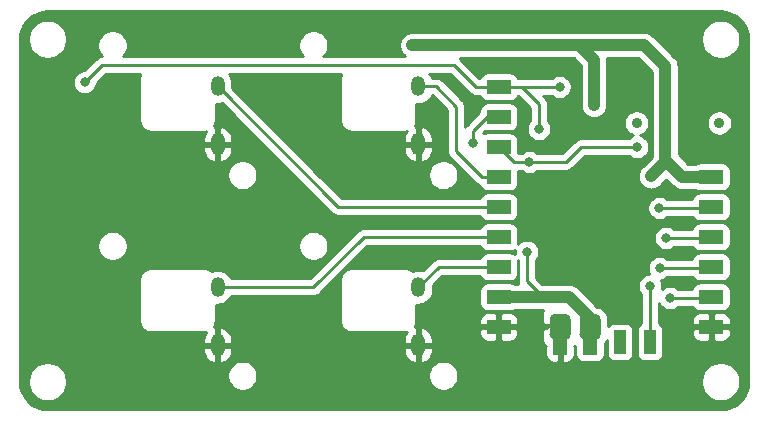
<source format=gbr>
%TF.GenerationSoftware,KiCad,Pcbnew,(5.1.6)-1*%
%TF.CreationDate,2022-07-31T05:20:52+09:00*%
%TF.ProjectId,az-core-top,617a2d63-6f72-4652-9d74-6f702e6b6963,rev?*%
%TF.SameCoordinates,Original*%
%TF.FileFunction,Copper,L1,Top*%
%TF.FilePolarity,Positive*%
%FSLAX46Y46*%
G04 Gerber Fmt 4.6, Leading zero omitted, Abs format (unit mm)*
G04 Created by KiCad (PCBNEW (5.1.6)-1) date 2022-07-31 05:20:52*
%MOMM*%
%LPD*%
G01*
G04 APERTURE LIST*
%TA.AperFunction,ComponentPad*%
%ADD10O,1.200000X1.700000*%
%TD*%
%TA.AperFunction,ComponentPad*%
%ADD11O,1.200000X1.900000*%
%TD*%
%TA.AperFunction,SMDPad,CuDef*%
%ADD12R,2.000000X1.200000*%
%TD*%
%TA.AperFunction,SMDPad,CuDef*%
%ADD13R,1.000000X2.000000*%
%TD*%
%TA.AperFunction,SMDPad,CuDef*%
%ADD14R,1.200000X2.000000*%
%TD*%
%TA.AperFunction,WasherPad*%
%ADD15C,0.900000*%
%TD*%
%TA.AperFunction,ViaPad*%
%ADD16C,0.800000*%
%TD*%
%TA.AperFunction,ViaPad*%
%ADD17C,1.000000*%
%TD*%
%TA.AperFunction,Conductor*%
%ADD18C,0.250000*%
%TD*%
%TA.AperFunction,Conductor*%
%ADD19C,1.000000*%
%TD*%
%TA.AperFunction,Conductor*%
%ADD20C,0.254000*%
%TD*%
G04 APERTURE END LIST*
D10*
%TO.P,REF\u002A\u002A,2*%
%TO.N,KEY2*%
X134400008Y-86000164D03*
D11*
%TO.P,REF\u002A\u002A,1*%
%TO.N,GND*%
X134400008Y-90900164D03*
%TD*%
%TO.P,REF\u002A\u002A,1*%
%TO.N,GND*%
X151400008Y-90900164D03*
D10*
%TO.P,REF\u002A\u002A,2*%
%TO.N,KEY3*%
X151400008Y-86000164D03*
%TD*%
%TO.P,REF\u002A\u002A,2*%
%TO.N,KEY6*%
X151400008Y-103000164D03*
D11*
%TO.P,REF\u002A\u002A,1*%
%TO.N,GND*%
X151400008Y-107900164D03*
%TD*%
%TO.P,REF\u002A\u002A,1*%
%TO.N,GND*%
X134400008Y-107900164D03*
D10*
%TO.P,REF\u002A\u002A,2*%
%TO.N,KEY5*%
X134400008Y-103000164D03*
%TD*%
D12*
%TO.P,M5Stamp,19*%
%TO.N,VCC*%
X176200180Y-93660260D03*
%TO.P,M5Stamp,18*%
%TO.N,TX*%
X176200180Y-96200260D03*
%TO.P,M5Stamp,17*%
%TO.N,RX*%
X176200180Y-98740260D03*
%TO.P,M5Stamp,16*%
%TO.N,EN*%
X176200180Y-101280260D03*
%TO.P,M5Stamp,15*%
%TO.N,MOS_DIN*%
X176200180Y-103820260D03*
%TO.P,M5Stamp,14*%
%TO.N,GND*%
X176200180Y-106360260D03*
D13*
%TO.P,M5Stamp,13*%
%TO.N,KEY1*%
X171010180Y-107640260D03*
%TO.P,M5Stamp,12*%
%TO.N,VCC_R*%
X168470180Y-107640260D03*
D14*
%TO.P,M5Stamp,11*%
%TO.N,5V*%
X165930180Y-107740260D03*
%TO.P,M5Stamp,10*%
%TO.N,GND*%
X163390180Y-107740260D03*
D12*
%TO.P,M5Stamp,9*%
X158200180Y-106360260D03*
%TO.P,M5Stamp,8*%
%TO.N,5V*%
X158200180Y-103820260D03*
%TO.P,M5Stamp,7*%
%TO.N,KEY6*%
X158200180Y-101280260D03*
%TO.P,M5Stamp,6*%
%TO.N,KEY5*%
X158200180Y-98740260D03*
%TO.P,M5Stamp,5*%
%TO.N,KEY2*%
X158200180Y-96200260D03*
%TO.P,M5Stamp,4*%
%TO.N,KEY3*%
X158200180Y-93660260D03*
%TO.P,M5Stamp,1*%
%TO.N,SCL*%
X158200180Y-86040260D03*
%TO.P,M5Stamp,2*%
%TO.N,VREAD*%
X158200180Y-88580260D03*
%TO.P,M5Stamp,3*%
%TO.N,SDA*%
X158200180Y-91120260D03*
%TD*%
%TO.P,J3,2*%
%TO.N,5V*%
%TA.AperFunction,ComponentPad*%
G36*
G01*
X166390000Y-107450000D02*
X165490000Y-107450000D01*
G75*
G02*
X165040000Y-107000000I0J450000D01*
G01*
X165040000Y-105700000D01*
G75*
G02*
X165490000Y-105250000I450000J0D01*
G01*
X166390000Y-105250000D01*
G75*
G02*
X166840000Y-105700000I0J-450000D01*
G01*
X166840000Y-107000000D01*
G75*
G02*
X166390000Y-107450000I-450000J0D01*
G01*
G37*
%TD.AperFunction*%
%TO.P,J3,1*%
%TO.N,GND*%
%TA.AperFunction,ComponentPad*%
G36*
G01*
X163850000Y-107450000D02*
X162950000Y-107450000D01*
G75*
G02*
X162500000Y-107000000I0J450000D01*
G01*
X162500000Y-105700000D01*
G75*
G02*
X162950000Y-105250000I450000J0D01*
G01*
X163850000Y-105250000D01*
G75*
G02*
X164300000Y-105700000I0J-450000D01*
G01*
X164300000Y-107000000D01*
G75*
G02*
X163850000Y-107450000I-450000J0D01*
G01*
G37*
%TD.AperFunction*%
%TD*%
D15*
%TO.P,PJ320D,*%
%TO.N,*%
X176875000Y-89100000D03*
X169875000Y-89100000D03*
%TD*%
D16*
%TO.N,EN*%
X171830000Y-101370000D03*
%TO.N,GND*%
X127000000Y-106600000D03*
X127600000Y-109400000D03*
X143500000Y-108900000D03*
X147900000Y-109500000D03*
X143100000Y-86500000D03*
X147300000Y-91900000D03*
X130200000Y-91700000D03*
X161200000Y-84300000D03*
D17*
X165200000Y-94200000D03*
X164000000Y-98600000D03*
D16*
%TO.N,TX*%
X171810000Y-96290000D03*
%TO.N,RX*%
X172370000Y-98830000D03*
D17*
%TO.N,VCC*%
X150900000Y-82500000D03*
X171100000Y-93600000D03*
X166262500Y-87562500D03*
D16*
%TO.N,5V*%
X160600000Y-100000000D03*
%TO.N,SDA*%
X169920260Y-91120260D03*
X160800000Y-92400000D03*
%TO.N,SCL*%
X163359740Y-86040260D03*
X123150000Y-85650000D03*
X161600000Y-89600000D03*
%TO.N,KEY1*%
X171010180Y-102889820D03*
%TO.N,MOS_DIN*%
X172690000Y-103910000D03*
%TO.N,VREAD*%
X156000000Y-90800000D03*
%TD*%
D18*
%TO.N,EN*%
X176110440Y-101370000D02*
X176200180Y-101280260D01*
X171830000Y-101370000D02*
X176110440Y-101370000D01*
D19*
%TO.N,GND*%
X163400000Y-107730440D02*
X163390180Y-107740260D01*
X163400000Y-106350000D02*
X163400000Y-107730440D01*
D18*
%TO.N,TX*%
X176110440Y-96290000D02*
X176200180Y-96200260D01*
X171810000Y-96290000D02*
X176110440Y-96290000D01*
%TO.N,RX*%
X176110440Y-98830000D02*
X176200180Y-98740260D01*
X172370000Y-98830000D02*
X176110440Y-98830000D01*
D19*
%TO.N,VCC*%
X173760260Y-93660260D02*
X176200180Y-93660260D01*
X172300000Y-92200000D02*
X173760260Y-93660260D01*
X172300000Y-92200000D02*
X172300000Y-92400000D01*
X172300000Y-92400000D02*
X171100000Y-93600000D01*
X171100000Y-93600000D02*
X171100000Y-93600000D01*
X172300000Y-89900000D02*
X172300000Y-88400000D01*
X172300000Y-89900000D02*
X172300000Y-92200000D01*
X165000000Y-82500000D02*
X150900000Y-82500000D01*
X172300000Y-89900000D02*
X172300000Y-84300000D01*
X170500000Y-82500000D02*
X165000000Y-82500000D01*
X172300000Y-84300000D02*
X170500000Y-82500000D01*
X166262500Y-83762500D02*
X165000000Y-82500000D01*
X166262500Y-87562500D02*
X166262500Y-83762500D01*
%TO.N,5V*%
X165930180Y-105630180D02*
X165930180Y-107740260D01*
X164120260Y-103820260D02*
X165930180Y-105630180D01*
X165940000Y-107730440D02*
X165930180Y-107740260D01*
X165940000Y-106350000D02*
X165940000Y-107730440D01*
D18*
X160600000Y-102500000D02*
X161920260Y-103820260D01*
X160600000Y-100000000D02*
X160600000Y-102500000D01*
D19*
X158200180Y-103820260D02*
X161920260Y-103820260D01*
X161920260Y-103820260D02*
X164120260Y-103820260D01*
D18*
%TO.N,SDA*%
X169920260Y-91120260D02*
X169920260Y-91120260D01*
X163900000Y-92400000D02*
X160800000Y-92400000D01*
X165179740Y-91120260D02*
X163900000Y-92400000D01*
X159479920Y-92400000D02*
X158200180Y-91120260D01*
X169920260Y-91120260D02*
X165179740Y-91120260D01*
X160800000Y-92400000D02*
X159479920Y-92400000D01*
%TO.N,SCL*%
X163359740Y-86040260D02*
X163359740Y-86040260D01*
X154400000Y-84200000D02*
X124600000Y-84200000D01*
X158200180Y-86040260D02*
X156240260Y-86040260D01*
X124600000Y-84200000D02*
X123150000Y-85650000D01*
X156240260Y-86040260D02*
X154400000Y-84200000D01*
X160940260Y-86040260D02*
X163359740Y-86040260D01*
X161600000Y-87480520D02*
X160159740Y-86040260D01*
X161600000Y-89600000D02*
X161600000Y-87480520D01*
X158200180Y-86040260D02*
X160159740Y-86040260D01*
X160159740Y-86040260D02*
X160940260Y-86040260D01*
%TO.N,KEY1*%
X171020000Y-107630440D02*
X171010180Y-107640260D01*
X171010180Y-107640260D02*
X171010180Y-102889820D01*
X171010180Y-102889820D02*
X171010180Y-102889820D01*
%TO.N,KEY2*%
X144600104Y-96200260D02*
X134400008Y-86000164D01*
X158200180Y-96200260D02*
X144600104Y-96200260D01*
%TO.N,KEY3*%
X158200180Y-93660260D02*
X156760260Y-93660260D01*
X156760260Y-93660260D02*
X154600000Y-91500000D01*
X154600000Y-91500000D02*
X154600000Y-87700000D01*
X152900164Y-86000164D02*
X151400008Y-86000164D01*
X154600000Y-87700000D02*
X152900164Y-86000164D01*
%TO.N,KEY5*%
X158200180Y-98740260D02*
X146759740Y-98740260D01*
X142499836Y-103000164D02*
X134400008Y-103000164D01*
X146759740Y-98740260D02*
X142499836Y-103000164D01*
%TO.N,KEY6*%
X153119912Y-101280260D02*
X151400008Y-103000164D01*
X158200180Y-101280260D02*
X153119912Y-101280260D01*
%TO.N,MOS_DIN*%
X176110440Y-103910000D02*
X176200180Y-103820260D01*
X172690000Y-103910000D02*
X176110440Y-103910000D01*
%TO.N,VREAD*%
X158080440Y-88700000D02*
X158200180Y-88580260D01*
X158200180Y-88580260D02*
X157219740Y-88580260D01*
X156000000Y-89800000D02*
X156000000Y-90800000D01*
X157219740Y-88580260D02*
X156000000Y-89800000D01*
%TO.N,VCC_R*%
X168480000Y-107630440D02*
X168470180Y-107640260D01*
%TD*%
D20*
%TO.N,GND*%
G36*
X177455456Y-79699785D02*
G01*
X177893561Y-79832056D01*
X178297633Y-80046905D01*
X178652279Y-80336147D01*
X178943989Y-80688764D01*
X179161652Y-81091325D01*
X179296981Y-81528499D01*
X179348000Y-82013917D01*
X179348001Y-110968104D01*
X179300215Y-111455457D01*
X179167944Y-111893560D01*
X178953095Y-112297633D01*
X178663853Y-112652279D01*
X178311236Y-112943989D01*
X177908675Y-113161652D01*
X177471503Y-113296980D01*
X176986083Y-113348000D01*
X120031886Y-113348000D01*
X119544543Y-113300215D01*
X119106440Y-113167944D01*
X118702367Y-112953095D01*
X118347721Y-112663853D01*
X118056011Y-112311236D01*
X117838348Y-111908675D01*
X117703020Y-111471503D01*
X117652000Y-110986083D01*
X117652000Y-110836115D01*
X118336051Y-110836115D01*
X118336051Y-111163885D01*
X118399996Y-111485356D01*
X118525428Y-111788175D01*
X118707527Y-112060706D01*
X118939294Y-112292473D01*
X119211825Y-112474572D01*
X119514644Y-112600004D01*
X119836115Y-112663949D01*
X120163885Y-112663949D01*
X120485356Y-112600004D01*
X120788175Y-112474572D01*
X121060706Y-112292473D01*
X121292473Y-112060706D01*
X121474572Y-111788175D01*
X121600004Y-111485356D01*
X121663949Y-111163885D01*
X121663949Y-110836115D01*
X121600004Y-110514644D01*
X121541909Y-110374390D01*
X135223008Y-110374390D01*
X135223008Y-110625938D01*
X135272082Y-110872651D01*
X135368345Y-111105050D01*
X135508097Y-111314204D01*
X135685968Y-111492075D01*
X135895122Y-111631827D01*
X136127521Y-111728090D01*
X136374234Y-111777164D01*
X136625782Y-111777164D01*
X136872495Y-111728090D01*
X137104894Y-111631827D01*
X137314048Y-111492075D01*
X137491919Y-111314204D01*
X137631671Y-111105050D01*
X137727934Y-110872651D01*
X137777008Y-110625938D01*
X137777008Y-110374390D01*
X152223008Y-110374390D01*
X152223008Y-110625938D01*
X152272082Y-110872651D01*
X152368345Y-111105050D01*
X152508097Y-111314204D01*
X152685968Y-111492075D01*
X152895122Y-111631827D01*
X153127521Y-111728090D01*
X153374234Y-111777164D01*
X153625782Y-111777164D01*
X153872495Y-111728090D01*
X154104894Y-111631827D01*
X154314048Y-111492075D01*
X154491919Y-111314204D01*
X154631671Y-111105050D01*
X154727934Y-110872651D01*
X154735201Y-110836115D01*
X175336051Y-110836115D01*
X175336051Y-111163885D01*
X175399996Y-111485356D01*
X175525428Y-111788175D01*
X175707527Y-112060706D01*
X175939294Y-112292473D01*
X176211825Y-112474572D01*
X176514644Y-112600004D01*
X176836115Y-112663949D01*
X177163885Y-112663949D01*
X177485356Y-112600004D01*
X177788175Y-112474572D01*
X178060706Y-112292473D01*
X178292473Y-112060706D01*
X178474572Y-111788175D01*
X178600004Y-111485356D01*
X178663949Y-111163885D01*
X178663949Y-110836115D01*
X178600004Y-110514644D01*
X178474572Y-110211825D01*
X178292473Y-109939294D01*
X178060706Y-109707527D01*
X177788175Y-109525428D01*
X177485356Y-109399996D01*
X177163885Y-109336051D01*
X176836115Y-109336051D01*
X176514644Y-109399996D01*
X176211825Y-109525428D01*
X175939294Y-109707527D01*
X175707527Y-109939294D01*
X175525428Y-110211825D01*
X175399996Y-110514644D01*
X175336051Y-110836115D01*
X154735201Y-110836115D01*
X154777008Y-110625938D01*
X154777008Y-110374390D01*
X154727934Y-110127677D01*
X154631671Y-109895278D01*
X154491919Y-109686124D01*
X154314048Y-109508253D01*
X154104894Y-109368501D01*
X153872495Y-109272238D01*
X153625782Y-109223164D01*
X153374234Y-109223164D01*
X153127521Y-109272238D01*
X152895122Y-109368501D01*
X152685968Y-109508253D01*
X152508097Y-109686124D01*
X152368345Y-109895278D01*
X152272082Y-110127677D01*
X152223008Y-110374390D01*
X137777008Y-110374390D01*
X137727934Y-110127677D01*
X137631671Y-109895278D01*
X137491919Y-109686124D01*
X137314048Y-109508253D01*
X137104894Y-109368501D01*
X136872495Y-109272238D01*
X136625782Y-109223164D01*
X136374234Y-109223164D01*
X136127521Y-109272238D01*
X135895122Y-109368501D01*
X135685968Y-109508253D01*
X135508097Y-109686124D01*
X135368345Y-109895278D01*
X135272082Y-110127677D01*
X135223008Y-110374390D01*
X121541909Y-110374390D01*
X121474572Y-110211825D01*
X121292473Y-109939294D01*
X121060706Y-109707527D01*
X120788175Y-109525428D01*
X120485356Y-109399996D01*
X120163885Y-109336051D01*
X119836115Y-109336051D01*
X119514644Y-109399996D01*
X119211825Y-109525428D01*
X118939294Y-109707527D01*
X118707527Y-109939294D01*
X118525428Y-110211825D01*
X118399996Y-110514644D01*
X118336051Y-110836115D01*
X117652000Y-110836115D01*
X117652000Y-108027164D01*
X133165008Y-108027164D01*
X133165008Y-108377164D01*
X133213515Y-108615660D01*
X133307618Y-108840110D01*
X133443701Y-109041889D01*
X133616534Y-109213242D01*
X133819475Y-109347585D01*
X134044726Y-109439755D01*
X134082399Y-109443626D01*
X134273008Y-109318895D01*
X134273008Y-108027164D01*
X134527008Y-108027164D01*
X134527008Y-109318895D01*
X134717617Y-109443626D01*
X134755290Y-109439755D01*
X134980541Y-109347585D01*
X135183482Y-109213242D01*
X135356315Y-109041889D01*
X135492398Y-108840110D01*
X135586501Y-108615660D01*
X135635008Y-108377164D01*
X135635008Y-108027164D01*
X150165008Y-108027164D01*
X150165008Y-108377164D01*
X150213515Y-108615660D01*
X150307618Y-108840110D01*
X150443701Y-109041889D01*
X150616534Y-109213242D01*
X150819475Y-109347585D01*
X151044726Y-109439755D01*
X151082399Y-109443626D01*
X151273008Y-109318895D01*
X151273008Y-108027164D01*
X151527008Y-108027164D01*
X151527008Y-109318895D01*
X151717617Y-109443626D01*
X151755290Y-109439755D01*
X151980541Y-109347585D01*
X152183482Y-109213242D01*
X152356315Y-109041889D01*
X152492398Y-108840110D01*
X152586501Y-108615660D01*
X152635008Y-108377164D01*
X152635008Y-108027164D01*
X151527008Y-108027164D01*
X151273008Y-108027164D01*
X150165008Y-108027164D01*
X135635008Y-108027164D01*
X134527008Y-108027164D01*
X134273008Y-108027164D01*
X133165008Y-108027164D01*
X117652000Y-108027164D01*
X117652000Y-105883251D01*
X127773000Y-105883251D01*
X127775805Y-105911731D01*
X127775793Y-105913451D01*
X127776716Y-105922858D01*
X127779654Y-105950816D01*
X127782796Y-105982714D01*
X127783952Y-105986524D01*
X127795171Y-106041182D01*
X127806672Y-106101470D01*
X127809404Y-106110519D01*
X127826718Y-106166451D01*
X127850489Y-106223000D01*
X127873483Y-106279911D01*
X127877921Y-106288256D01*
X127905769Y-106339760D01*
X127940090Y-106390643D01*
X127973679Y-106441971D01*
X127979651Y-106449294D01*
X127979654Y-106449298D01*
X127979658Y-106449302D01*
X128016974Y-106494409D01*
X128060518Y-106537649D01*
X128103445Y-106581485D01*
X128110728Y-106587510D01*
X128156102Y-106624515D01*
X128207198Y-106658463D01*
X128257829Y-106693132D01*
X128266144Y-106697628D01*
X128317840Y-106725116D01*
X128374568Y-106748499D01*
X128430973Y-106772674D01*
X128439996Y-106775467D01*
X128439998Y-106775468D01*
X128440000Y-106775468D01*
X128440002Y-106775469D01*
X128496053Y-106792392D01*
X128556277Y-106804317D01*
X128616271Y-106817068D01*
X128617137Y-106817159D01*
X128617285Y-106817204D01*
X128621731Y-106817642D01*
X128625656Y-106818054D01*
X128625664Y-106818056D01*
X128625671Y-106818056D01*
X128683941Y-106823769D01*
X128683942Y-106823769D01*
X128716748Y-106827000D01*
X133283252Y-106827000D01*
X133311732Y-106824195D01*
X133313451Y-106824207D01*
X133322858Y-106823284D01*
X133350802Y-106820347D01*
X133382715Y-106817204D01*
X133386528Y-106816047D01*
X133407793Y-106811683D01*
X133307618Y-106960218D01*
X133213515Y-107184668D01*
X133165008Y-107423164D01*
X133165008Y-107773164D01*
X134273008Y-107773164D01*
X134273008Y-106481433D01*
X134527008Y-106481433D01*
X134527008Y-107773164D01*
X135635008Y-107773164D01*
X135635008Y-107423164D01*
X135586501Y-107184668D01*
X135492398Y-106960218D01*
X135356315Y-106758439D01*
X135183482Y-106587086D01*
X134980541Y-106452743D01*
X134755290Y-106360573D01*
X134717617Y-106356702D01*
X134527008Y-106481433D01*
X134273008Y-106481433D01*
X134082940Y-106357056D01*
X134093132Y-106342171D01*
X134097628Y-106333856D01*
X134125116Y-106282160D01*
X134148499Y-106225432D01*
X134172674Y-106169027D01*
X134175469Y-106159998D01*
X134192392Y-106103947D01*
X134204317Y-106043723D01*
X134217068Y-105983729D01*
X134217159Y-105982863D01*
X134217204Y-105982715D01*
X134217642Y-105978269D01*
X134218055Y-105974339D01*
X134218056Y-105974336D01*
X134218056Y-105974329D01*
X134223769Y-105916059D01*
X134223769Y-105916058D01*
X134227000Y-105883252D01*
X134227000Y-104466060D01*
X134400008Y-104483100D01*
X134640542Y-104459409D01*
X134871832Y-104389248D01*
X135084991Y-104275313D01*
X135271825Y-104121981D01*
X135425157Y-103935147D01*
X135522962Y-103752164D01*
X142462901Y-103752164D01*
X142499836Y-103755802D01*
X142536771Y-103752164D01*
X142536774Y-103752164D01*
X142647254Y-103741283D01*
X142789006Y-103698282D01*
X142919646Y-103628454D01*
X143034153Y-103534481D01*
X143057703Y-103505785D01*
X147071229Y-99492260D01*
X156591076Y-99492260D01*
X156618105Y-99581363D01*
X156676327Y-99690288D01*
X156754679Y-99785761D01*
X156850152Y-99864113D01*
X156959077Y-99922335D01*
X157077267Y-99958187D01*
X157200180Y-99970293D01*
X159200180Y-99970293D01*
X159323093Y-99958187D01*
X159441283Y-99922335D01*
X159550208Y-99864113D01*
X159585704Y-99834983D01*
X159573000Y-99898849D01*
X159573000Y-100101151D01*
X159590582Y-100189541D01*
X159550208Y-100156407D01*
X159441283Y-100098185D01*
X159323093Y-100062333D01*
X159200180Y-100050227D01*
X157200180Y-100050227D01*
X157077267Y-100062333D01*
X156959077Y-100098185D01*
X156850152Y-100156407D01*
X156754679Y-100234759D01*
X156676327Y-100330232D01*
X156618105Y-100439157D01*
X156591076Y-100528260D01*
X153156847Y-100528260D01*
X153119912Y-100524622D01*
X153082976Y-100528260D01*
X153082974Y-100528260D01*
X152972494Y-100539141D01*
X152830742Y-100582142D01*
X152700102Y-100651970D01*
X152585595Y-100745943D01*
X152562045Y-100774639D01*
X151759637Y-101577047D01*
X151640541Y-101540919D01*
X151400008Y-101517228D01*
X151159474Y-101540919D01*
X150928184Y-101611080D01*
X150902643Y-101624732D01*
X150896555Y-101618515D01*
X150889272Y-101612490D01*
X150843899Y-101575485D01*
X150792785Y-101541525D01*
X150742171Y-101506868D01*
X150733856Y-101502372D01*
X150682160Y-101474884D01*
X150625420Y-101451496D01*
X150569027Y-101427326D01*
X150560008Y-101424534D01*
X150560003Y-101424532D01*
X150559998Y-101424531D01*
X150503947Y-101407608D01*
X150443716Y-101395682D01*
X150383729Y-101382932D01*
X150382863Y-101382841D01*
X150382715Y-101382796D01*
X150378260Y-101382357D01*
X150374345Y-101381946D01*
X150374336Y-101381944D01*
X150374328Y-101381944D01*
X150316059Y-101376231D01*
X150316058Y-101376231D01*
X150283252Y-101373000D01*
X145716748Y-101373000D01*
X145688268Y-101375805D01*
X145686549Y-101375793D01*
X145677142Y-101376716D01*
X145649206Y-101379652D01*
X145617285Y-101382796D01*
X145613470Y-101383953D01*
X145558833Y-101395168D01*
X145498530Y-101406672D01*
X145489481Y-101409404D01*
X145433549Y-101426718D01*
X145376938Y-101450515D01*
X145320090Y-101473483D01*
X145311758Y-101477913D01*
X145311745Y-101477919D01*
X145311734Y-101477926D01*
X145260241Y-101505769D01*
X145209352Y-101540094D01*
X145158029Y-101573679D01*
X145150706Y-101579651D01*
X145150702Y-101579654D01*
X145150698Y-101579658D01*
X145105591Y-101616974D01*
X145062351Y-101660518D01*
X145018515Y-101703445D01*
X145012490Y-101710728D01*
X144975485Y-101756101D01*
X144941525Y-101807215D01*
X144906868Y-101857829D01*
X144902372Y-101866144D01*
X144874884Y-101917840D01*
X144851496Y-101974580D01*
X144827326Y-102030973D01*
X144824534Y-102039992D01*
X144824532Y-102039997D01*
X144824531Y-102040002D01*
X144807608Y-102096053D01*
X144795682Y-102156284D01*
X144782932Y-102216271D01*
X144782841Y-102217142D01*
X144782797Y-102217285D01*
X144782373Y-102221589D01*
X144781946Y-102225655D01*
X144781944Y-102225664D01*
X144781944Y-102225672D01*
X144776231Y-102283941D01*
X144776231Y-102283952D01*
X144773001Y-102316748D01*
X144773000Y-105883251D01*
X144775805Y-105911731D01*
X144775793Y-105913451D01*
X144776716Y-105922858D01*
X144779654Y-105950816D01*
X144782796Y-105982714D01*
X144783952Y-105986524D01*
X144795171Y-106041182D01*
X144806672Y-106101470D01*
X144809404Y-106110519D01*
X144826718Y-106166451D01*
X144850489Y-106223000D01*
X144873483Y-106279911D01*
X144877921Y-106288256D01*
X144905769Y-106339760D01*
X144940090Y-106390643D01*
X144973679Y-106441971D01*
X144979651Y-106449294D01*
X144979654Y-106449298D01*
X144979658Y-106449302D01*
X145016974Y-106494409D01*
X145060518Y-106537649D01*
X145103445Y-106581485D01*
X145110728Y-106587510D01*
X145156102Y-106624515D01*
X145207198Y-106658463D01*
X145257829Y-106693132D01*
X145266144Y-106697628D01*
X145317840Y-106725116D01*
X145374568Y-106748499D01*
X145430973Y-106772674D01*
X145439996Y-106775467D01*
X145439998Y-106775468D01*
X145440000Y-106775468D01*
X145440002Y-106775469D01*
X145496053Y-106792392D01*
X145556277Y-106804317D01*
X145616271Y-106817068D01*
X145617137Y-106817159D01*
X145617285Y-106817204D01*
X145621731Y-106817642D01*
X145625656Y-106818054D01*
X145625664Y-106818056D01*
X145625671Y-106818056D01*
X145683941Y-106823769D01*
X145683942Y-106823769D01*
X145716748Y-106827000D01*
X150283252Y-106827000D01*
X150311732Y-106824195D01*
X150313451Y-106824207D01*
X150322858Y-106823284D01*
X150350802Y-106820347D01*
X150382715Y-106817204D01*
X150386528Y-106816047D01*
X150407793Y-106811683D01*
X150307618Y-106960218D01*
X150213515Y-107184668D01*
X150165008Y-107423164D01*
X150165008Y-107773164D01*
X151273008Y-107773164D01*
X151273008Y-106481433D01*
X151527008Y-106481433D01*
X151527008Y-107773164D01*
X152635008Y-107773164D01*
X152635008Y-107423164D01*
X152586501Y-107184668D01*
X152492416Y-106960260D01*
X156562108Y-106960260D01*
X156574368Y-107084742D01*
X156610678Y-107204440D01*
X156669643Y-107314754D01*
X156748995Y-107411445D01*
X156845686Y-107490797D01*
X156956000Y-107549762D01*
X157075698Y-107586072D01*
X157200180Y-107598332D01*
X157914430Y-107595260D01*
X158073180Y-107436510D01*
X158073180Y-106487260D01*
X158327180Y-106487260D01*
X158327180Y-107436510D01*
X158485930Y-107595260D01*
X159200180Y-107598332D01*
X159324662Y-107586072D01*
X159444360Y-107549762D01*
X159554674Y-107490797D01*
X159651365Y-107411445D01*
X159730717Y-107314754D01*
X159789682Y-107204440D01*
X159825992Y-107084742D01*
X159838252Y-106960260D01*
X159835180Y-106646010D01*
X159676430Y-106487260D01*
X158327180Y-106487260D01*
X158073180Y-106487260D01*
X156723930Y-106487260D01*
X156565180Y-106646010D01*
X156562108Y-106960260D01*
X152492416Y-106960260D01*
X152492398Y-106960218D01*
X152356315Y-106758439D01*
X152183482Y-106587086D01*
X151980541Y-106452743D01*
X151755290Y-106360573D01*
X151717617Y-106356702D01*
X151527008Y-106481433D01*
X151273008Y-106481433D01*
X151082940Y-106357056D01*
X151093132Y-106342171D01*
X151097628Y-106333856D01*
X151125116Y-106282160D01*
X151148499Y-106225432D01*
X151172674Y-106169027D01*
X151175469Y-106159998D01*
X151192392Y-106103947D01*
X151204317Y-106043723D01*
X151217068Y-105983729D01*
X151217159Y-105982863D01*
X151217204Y-105982715D01*
X151217642Y-105978269D01*
X151218055Y-105974339D01*
X151218056Y-105974336D01*
X151218056Y-105974329D01*
X151223769Y-105916059D01*
X151223769Y-105916058D01*
X151227000Y-105883252D01*
X151227000Y-105760260D01*
X156562108Y-105760260D01*
X156565180Y-106074510D01*
X156723930Y-106233260D01*
X158073180Y-106233260D01*
X158073180Y-105284010D01*
X158327180Y-105284010D01*
X158327180Y-106233260D01*
X159676430Y-106233260D01*
X159835180Y-106074510D01*
X159838252Y-105760260D01*
X159825992Y-105635778D01*
X159789682Y-105516080D01*
X159730717Y-105405766D01*
X159651365Y-105309075D01*
X159554674Y-105229723D01*
X159444360Y-105170758D01*
X159324662Y-105134448D01*
X159200180Y-105122188D01*
X158485930Y-105125260D01*
X158327180Y-105284010D01*
X158073180Y-105284010D01*
X157914430Y-105125260D01*
X157200180Y-105122188D01*
X157075698Y-105134448D01*
X156956000Y-105170758D01*
X156845686Y-105229723D01*
X156748995Y-105309075D01*
X156669643Y-105405766D01*
X156610678Y-105516080D01*
X156574368Y-105635778D01*
X156562108Y-105760260D01*
X151227000Y-105760260D01*
X151227000Y-104466060D01*
X151400008Y-104483100D01*
X151640542Y-104459409D01*
X151871832Y-104389248D01*
X152084991Y-104275313D01*
X152271825Y-104121981D01*
X152425157Y-103935147D01*
X152539092Y-103721987D01*
X152609253Y-103490697D01*
X152627008Y-103310431D01*
X152627008Y-102836652D01*
X153431400Y-102032260D01*
X156591076Y-102032260D01*
X156618105Y-102121363D01*
X156676327Y-102230288D01*
X156754679Y-102325761D01*
X156850152Y-102404113D01*
X156959077Y-102462335D01*
X157077267Y-102498187D01*
X157200180Y-102510293D01*
X159200180Y-102510293D01*
X159323093Y-102498187D01*
X159441283Y-102462335D01*
X159550208Y-102404113D01*
X159645681Y-102325761D01*
X159724033Y-102230288D01*
X159782255Y-102121363D01*
X159818107Y-102003173D01*
X159830213Y-101880260D01*
X159830213Y-100682610D01*
X159848000Y-100700397D01*
X159848001Y-102463055D01*
X159844362Y-102500000D01*
X159855569Y-102613780D01*
X159858882Y-102647418D01*
X159863234Y-102661765D01*
X159872788Y-102693260D01*
X159544320Y-102693260D01*
X159441283Y-102638185D01*
X159323093Y-102602333D01*
X159200180Y-102590227D01*
X157200180Y-102590227D01*
X157077267Y-102602333D01*
X156959077Y-102638185D01*
X156850152Y-102696407D01*
X156754679Y-102774759D01*
X156676327Y-102870232D01*
X156618105Y-102979157D01*
X156582253Y-103097347D01*
X156570147Y-103220260D01*
X156570147Y-104420260D01*
X156582253Y-104543173D01*
X156618105Y-104661363D01*
X156676327Y-104770288D01*
X156754679Y-104865761D01*
X156850152Y-104944113D01*
X156959077Y-105002335D01*
X157077267Y-105038187D01*
X157200180Y-105050293D01*
X159200180Y-105050293D01*
X159323093Y-105038187D01*
X159441283Y-105002335D01*
X159544320Y-104947260D01*
X161941799Y-104947260D01*
X161910498Y-105005820D01*
X161874188Y-105125518D01*
X161861928Y-105250000D01*
X161865000Y-106064250D01*
X162023750Y-106223000D01*
X162419508Y-106223000D01*
X162338995Y-106289075D01*
X162259643Y-106385766D01*
X162210877Y-106477000D01*
X162023750Y-106477000D01*
X161865000Y-106635750D01*
X161861928Y-107450000D01*
X161874188Y-107574482D01*
X161910498Y-107694180D01*
X161969463Y-107804494D01*
X162048815Y-107901185D01*
X162145506Y-107980537D01*
X162181444Y-107999746D01*
X162155180Y-108026010D01*
X162152108Y-108740260D01*
X162164368Y-108864742D01*
X162200678Y-108984440D01*
X162259643Y-109094754D01*
X162338995Y-109191445D01*
X162435686Y-109270797D01*
X162546000Y-109329762D01*
X162665698Y-109366072D01*
X162790180Y-109378332D01*
X163104430Y-109375260D01*
X163263180Y-109216510D01*
X163263180Y-107936070D01*
X163273000Y-107926250D01*
X163273000Y-106477000D01*
X163263180Y-106477000D01*
X163263180Y-106264010D01*
X163222170Y-106223000D01*
X163273000Y-106223000D01*
X163273000Y-106203000D01*
X163527000Y-106203000D01*
X163527000Y-106223000D01*
X163547000Y-106223000D01*
X163547000Y-106234190D01*
X163517180Y-106264010D01*
X163517180Y-107613260D01*
X163527000Y-107613260D01*
X163527000Y-107867260D01*
X163517180Y-107867260D01*
X163517180Y-109216510D01*
X163675930Y-109375260D01*
X163990180Y-109378332D01*
X164114662Y-109366072D01*
X164234360Y-109329762D01*
X164344674Y-109270797D01*
X164441365Y-109191445D01*
X164520717Y-109094754D01*
X164579682Y-108984440D01*
X164615992Y-108864742D01*
X164628252Y-108740260D01*
X164625180Y-108026010D01*
X164605758Y-108006588D01*
X164654494Y-107980537D01*
X164700147Y-107943071D01*
X164700147Y-108740260D01*
X164712253Y-108863173D01*
X164748105Y-108981363D01*
X164806327Y-109090288D01*
X164884679Y-109185761D01*
X164980152Y-109264113D01*
X165089077Y-109322335D01*
X165207267Y-109358187D01*
X165330180Y-109370293D01*
X166530180Y-109370293D01*
X166653093Y-109358187D01*
X166771283Y-109322335D01*
X166880208Y-109264113D01*
X166975681Y-109185761D01*
X167054033Y-109090288D01*
X167112255Y-108981363D01*
X167148107Y-108863173D01*
X167160213Y-108740260D01*
X167160213Y-107755762D01*
X167288015Y-107600034D01*
X167340147Y-107502501D01*
X167340147Y-108640260D01*
X167352253Y-108763173D01*
X167388105Y-108881363D01*
X167446327Y-108990288D01*
X167524679Y-109085761D01*
X167620152Y-109164113D01*
X167729077Y-109222335D01*
X167847267Y-109258187D01*
X167970180Y-109270293D01*
X168970180Y-109270293D01*
X169093093Y-109258187D01*
X169211283Y-109222335D01*
X169320208Y-109164113D01*
X169415681Y-109085761D01*
X169494033Y-108990288D01*
X169552255Y-108881363D01*
X169588107Y-108763173D01*
X169600213Y-108640260D01*
X169600213Y-106640260D01*
X169880147Y-106640260D01*
X169880147Y-108640260D01*
X169892253Y-108763173D01*
X169928105Y-108881363D01*
X169986327Y-108990288D01*
X170064679Y-109085761D01*
X170160152Y-109164113D01*
X170269077Y-109222335D01*
X170387267Y-109258187D01*
X170510180Y-109270293D01*
X171510180Y-109270293D01*
X171633093Y-109258187D01*
X171751283Y-109222335D01*
X171860208Y-109164113D01*
X171955681Y-109085761D01*
X172034033Y-108990288D01*
X172092255Y-108881363D01*
X172128107Y-108763173D01*
X172140213Y-108640260D01*
X172140213Y-106960260D01*
X174562108Y-106960260D01*
X174574368Y-107084742D01*
X174610678Y-107204440D01*
X174669643Y-107314754D01*
X174748995Y-107411445D01*
X174845686Y-107490797D01*
X174956000Y-107549762D01*
X175075698Y-107586072D01*
X175200180Y-107598332D01*
X175914430Y-107595260D01*
X176073180Y-107436510D01*
X176073180Y-106487260D01*
X176327180Y-106487260D01*
X176327180Y-107436510D01*
X176485930Y-107595260D01*
X177200180Y-107598332D01*
X177324662Y-107586072D01*
X177444360Y-107549762D01*
X177554674Y-107490797D01*
X177651365Y-107411445D01*
X177730717Y-107314754D01*
X177789682Y-107204440D01*
X177825992Y-107084742D01*
X177838252Y-106960260D01*
X177835180Y-106646010D01*
X177676430Y-106487260D01*
X176327180Y-106487260D01*
X176073180Y-106487260D01*
X174723930Y-106487260D01*
X174565180Y-106646010D01*
X174562108Y-106960260D01*
X172140213Y-106960260D01*
X172140213Y-106640260D01*
X172128107Y-106517347D01*
X172092255Y-106399157D01*
X172034033Y-106290232D01*
X171955681Y-106194759D01*
X171860208Y-106116407D01*
X171762180Y-106064010D01*
X171762180Y-105760260D01*
X174562108Y-105760260D01*
X174565180Y-106074510D01*
X174723930Y-106233260D01*
X176073180Y-106233260D01*
X176073180Y-105284010D01*
X176327180Y-105284010D01*
X176327180Y-106233260D01*
X177676430Y-106233260D01*
X177835180Y-106074510D01*
X177838252Y-105760260D01*
X177825992Y-105635778D01*
X177789682Y-105516080D01*
X177730717Y-105405766D01*
X177651365Y-105309075D01*
X177554674Y-105229723D01*
X177444360Y-105170758D01*
X177324662Y-105134448D01*
X177200180Y-105122188D01*
X176485930Y-105125260D01*
X176327180Y-105284010D01*
X176073180Y-105284010D01*
X175914430Y-105125260D01*
X175200180Y-105122188D01*
X175075698Y-105134448D01*
X174956000Y-105170758D01*
X174845686Y-105229723D01*
X174748995Y-105309075D01*
X174669643Y-105405766D01*
X174610678Y-105516080D01*
X174574368Y-105635778D01*
X174562108Y-105760260D01*
X171762180Y-105760260D01*
X171762180Y-104353724D01*
X171779885Y-104396467D01*
X171892277Y-104564674D01*
X172035326Y-104707723D01*
X172203533Y-104820115D01*
X172390435Y-104897533D01*
X172588849Y-104937000D01*
X172791151Y-104937000D01*
X172989565Y-104897533D01*
X173176467Y-104820115D01*
X173344674Y-104707723D01*
X173390397Y-104662000D01*
X174618445Y-104662000D01*
X174676327Y-104770288D01*
X174754679Y-104865761D01*
X174850152Y-104944113D01*
X174959077Y-105002335D01*
X175077267Y-105038187D01*
X175200180Y-105050293D01*
X177200180Y-105050293D01*
X177323093Y-105038187D01*
X177441283Y-105002335D01*
X177550208Y-104944113D01*
X177645681Y-104865761D01*
X177724033Y-104770288D01*
X177782255Y-104661363D01*
X177818107Y-104543173D01*
X177830213Y-104420260D01*
X177830213Y-103220260D01*
X177818107Y-103097347D01*
X177782255Y-102979157D01*
X177724033Y-102870232D01*
X177645681Y-102774759D01*
X177550208Y-102696407D01*
X177441283Y-102638185D01*
X177323093Y-102602333D01*
X177200180Y-102590227D01*
X175200180Y-102590227D01*
X175077267Y-102602333D01*
X174959077Y-102638185D01*
X174850152Y-102696407D01*
X174754679Y-102774759D01*
X174676327Y-102870232D01*
X174618105Y-102979157D01*
X174582253Y-103097347D01*
X174576279Y-103158000D01*
X173390397Y-103158000D01*
X173344674Y-103112277D01*
X173176467Y-102999885D01*
X172989565Y-102922467D01*
X172791151Y-102883000D01*
X172588849Y-102883000D01*
X172390435Y-102922467D01*
X172203533Y-102999885D01*
X172035326Y-103112277D01*
X172007520Y-103140083D01*
X172037180Y-102990971D01*
X172037180Y-102788669D01*
X171997713Y-102590255D01*
X171920295Y-102403353D01*
X171916050Y-102397000D01*
X171931151Y-102397000D01*
X172129565Y-102357533D01*
X172316467Y-102280115D01*
X172484674Y-102167723D01*
X172530397Y-102122000D01*
X174618445Y-102122000D01*
X174676327Y-102230288D01*
X174754679Y-102325761D01*
X174850152Y-102404113D01*
X174959077Y-102462335D01*
X175077267Y-102498187D01*
X175200180Y-102510293D01*
X177200180Y-102510293D01*
X177323093Y-102498187D01*
X177441283Y-102462335D01*
X177550208Y-102404113D01*
X177645681Y-102325761D01*
X177724033Y-102230288D01*
X177782255Y-102121363D01*
X177818107Y-102003173D01*
X177830213Y-101880260D01*
X177830213Y-100680260D01*
X177818107Y-100557347D01*
X177782255Y-100439157D01*
X177724033Y-100330232D01*
X177645681Y-100234759D01*
X177550208Y-100156407D01*
X177441283Y-100098185D01*
X177323093Y-100062333D01*
X177200180Y-100050227D01*
X175200180Y-100050227D01*
X175077267Y-100062333D01*
X174959077Y-100098185D01*
X174850152Y-100156407D01*
X174754679Y-100234759D01*
X174676327Y-100330232D01*
X174618105Y-100439157D01*
X174582253Y-100557347D01*
X174576279Y-100618000D01*
X172530397Y-100618000D01*
X172484674Y-100572277D01*
X172316467Y-100459885D01*
X172129565Y-100382467D01*
X171931151Y-100343000D01*
X171728849Y-100343000D01*
X171530435Y-100382467D01*
X171343533Y-100459885D01*
X171175326Y-100572277D01*
X171032277Y-100715326D01*
X170919885Y-100883533D01*
X170842467Y-101070435D01*
X170803000Y-101268849D01*
X170803000Y-101471151D01*
X170842467Y-101669565D01*
X170919885Y-101856467D01*
X170924130Y-101862820D01*
X170909029Y-101862820D01*
X170710615Y-101902287D01*
X170523713Y-101979705D01*
X170355506Y-102092097D01*
X170212457Y-102235146D01*
X170100065Y-102403353D01*
X170022647Y-102590255D01*
X169983180Y-102788669D01*
X169983180Y-102990971D01*
X170022647Y-103189385D01*
X170100065Y-103376287D01*
X170212457Y-103544494D01*
X170258181Y-103590218D01*
X170258180Y-106064009D01*
X170160152Y-106116407D01*
X170064679Y-106194759D01*
X169986327Y-106290232D01*
X169928105Y-106399157D01*
X169892253Y-106517347D01*
X169880147Y-106640260D01*
X169600213Y-106640260D01*
X169588107Y-106517347D01*
X169552255Y-106399157D01*
X169494033Y-106290232D01*
X169415681Y-106194759D01*
X169320208Y-106116407D01*
X169211283Y-106058185D01*
X169093093Y-106022333D01*
X168970180Y-106010227D01*
X167970180Y-106010227D01*
X167847267Y-106022333D01*
X167729077Y-106058185D01*
X167620152Y-106116407D01*
X167524679Y-106194759D01*
X167470033Y-106261346D01*
X167470033Y-105700000D01*
X167449280Y-105489296D01*
X167387820Y-105286689D01*
X167288015Y-105099966D01*
X167153699Y-104936301D01*
X166990034Y-104801985D01*
X166803311Y-104702180D01*
X166600704Y-104640720D01*
X166527310Y-104633491D01*
X164956319Y-103062501D01*
X164921025Y-103019495D01*
X164749417Y-102878660D01*
X164553631Y-102774010D01*
X164341191Y-102709567D01*
X164175625Y-102693260D01*
X164175614Y-102693260D01*
X164120260Y-102687808D01*
X164064906Y-102693260D01*
X161856748Y-102693260D01*
X161352000Y-102188512D01*
X161352000Y-100700397D01*
X161397723Y-100654674D01*
X161510115Y-100486467D01*
X161587533Y-100299565D01*
X161627000Y-100101151D01*
X161627000Y-99898849D01*
X161587533Y-99700435D01*
X161510115Y-99513533D01*
X161397723Y-99345326D01*
X161254674Y-99202277D01*
X161086467Y-99089885D01*
X160899565Y-99012467D01*
X160701151Y-98973000D01*
X160498849Y-98973000D01*
X160300435Y-99012467D01*
X160113533Y-99089885D01*
X159945326Y-99202277D01*
X159830213Y-99317390D01*
X159830213Y-98728849D01*
X171343000Y-98728849D01*
X171343000Y-98931151D01*
X171382467Y-99129565D01*
X171459885Y-99316467D01*
X171572277Y-99484674D01*
X171715326Y-99627723D01*
X171883533Y-99740115D01*
X172070435Y-99817533D01*
X172268849Y-99857000D01*
X172471151Y-99857000D01*
X172669565Y-99817533D01*
X172856467Y-99740115D01*
X173024674Y-99627723D01*
X173070397Y-99582000D01*
X174618445Y-99582000D01*
X174676327Y-99690288D01*
X174754679Y-99785761D01*
X174850152Y-99864113D01*
X174959077Y-99922335D01*
X175077267Y-99958187D01*
X175200180Y-99970293D01*
X177200180Y-99970293D01*
X177323093Y-99958187D01*
X177441283Y-99922335D01*
X177550208Y-99864113D01*
X177645681Y-99785761D01*
X177724033Y-99690288D01*
X177782255Y-99581363D01*
X177818107Y-99463173D01*
X177830213Y-99340260D01*
X177830213Y-98140260D01*
X177818107Y-98017347D01*
X177782255Y-97899157D01*
X177724033Y-97790232D01*
X177645681Y-97694759D01*
X177550208Y-97616407D01*
X177441283Y-97558185D01*
X177323093Y-97522333D01*
X177200180Y-97510227D01*
X175200180Y-97510227D01*
X175077267Y-97522333D01*
X174959077Y-97558185D01*
X174850152Y-97616407D01*
X174754679Y-97694759D01*
X174676327Y-97790232D01*
X174618105Y-97899157D01*
X174582253Y-98017347D01*
X174576279Y-98078000D01*
X173070397Y-98078000D01*
X173024674Y-98032277D01*
X172856467Y-97919885D01*
X172669565Y-97842467D01*
X172471151Y-97803000D01*
X172268849Y-97803000D01*
X172070435Y-97842467D01*
X171883533Y-97919885D01*
X171715326Y-98032277D01*
X171572277Y-98175326D01*
X171459885Y-98343533D01*
X171382467Y-98530435D01*
X171343000Y-98728849D01*
X159830213Y-98728849D01*
X159830213Y-98140260D01*
X159818107Y-98017347D01*
X159782255Y-97899157D01*
X159724033Y-97790232D01*
X159645681Y-97694759D01*
X159550208Y-97616407D01*
X159441283Y-97558185D01*
X159323093Y-97522333D01*
X159200180Y-97510227D01*
X157200180Y-97510227D01*
X157077267Y-97522333D01*
X156959077Y-97558185D01*
X156850152Y-97616407D01*
X156754679Y-97694759D01*
X156676327Y-97790232D01*
X156618105Y-97899157D01*
X156591076Y-97988260D01*
X146796675Y-97988260D01*
X146759739Y-97984622D01*
X146722804Y-97988260D01*
X146722802Y-97988260D01*
X146612322Y-97999141D01*
X146470570Y-98042142D01*
X146339929Y-98111970D01*
X146305458Y-98140260D01*
X146225423Y-98205943D01*
X146201877Y-98234634D01*
X142188348Y-102248164D01*
X135522963Y-102248164D01*
X135425157Y-102065181D01*
X135271825Y-101878347D01*
X135084990Y-101725015D01*
X134871831Y-101611080D01*
X134640541Y-101540919D01*
X134400008Y-101517228D01*
X134159474Y-101540919D01*
X133928184Y-101611080D01*
X133902643Y-101624732D01*
X133896555Y-101618515D01*
X133889272Y-101612490D01*
X133843899Y-101575485D01*
X133792785Y-101541525D01*
X133742171Y-101506868D01*
X133733856Y-101502372D01*
X133682160Y-101474884D01*
X133625420Y-101451496D01*
X133569027Y-101427326D01*
X133560008Y-101424534D01*
X133560003Y-101424532D01*
X133559998Y-101424531D01*
X133503947Y-101407608D01*
X133443716Y-101395682D01*
X133383729Y-101382932D01*
X133382863Y-101382841D01*
X133382715Y-101382796D01*
X133378260Y-101382357D01*
X133374345Y-101381946D01*
X133374336Y-101381944D01*
X133374328Y-101381944D01*
X133316059Y-101376231D01*
X133316058Y-101376231D01*
X133283252Y-101373000D01*
X128716748Y-101373000D01*
X128688268Y-101375805D01*
X128686549Y-101375793D01*
X128677142Y-101376716D01*
X128649206Y-101379652D01*
X128617285Y-101382796D01*
X128613470Y-101383953D01*
X128558833Y-101395168D01*
X128498530Y-101406672D01*
X128489481Y-101409404D01*
X128433549Y-101426718D01*
X128376938Y-101450515D01*
X128320090Y-101473483D01*
X128311758Y-101477913D01*
X128311745Y-101477919D01*
X128311734Y-101477926D01*
X128260241Y-101505769D01*
X128209352Y-101540094D01*
X128158029Y-101573679D01*
X128150706Y-101579651D01*
X128150702Y-101579654D01*
X128150698Y-101579658D01*
X128105591Y-101616974D01*
X128062351Y-101660518D01*
X128018515Y-101703445D01*
X128012490Y-101710728D01*
X127975485Y-101756101D01*
X127941525Y-101807215D01*
X127906868Y-101857829D01*
X127902372Y-101866144D01*
X127874884Y-101917840D01*
X127851496Y-101974580D01*
X127827326Y-102030973D01*
X127824534Y-102039992D01*
X127824532Y-102039997D01*
X127824531Y-102040002D01*
X127807608Y-102096053D01*
X127795682Y-102156284D01*
X127782932Y-102216271D01*
X127782841Y-102217142D01*
X127782797Y-102217285D01*
X127782373Y-102221589D01*
X127781946Y-102225655D01*
X127781944Y-102225664D01*
X127781944Y-102225672D01*
X127776231Y-102283941D01*
X127776231Y-102283952D01*
X127773001Y-102316748D01*
X127773000Y-105883251D01*
X117652000Y-105883251D01*
X117652000Y-99374390D01*
X124223008Y-99374390D01*
X124223008Y-99625938D01*
X124272082Y-99872651D01*
X124368345Y-100105050D01*
X124508097Y-100314204D01*
X124685968Y-100492075D01*
X124895122Y-100631827D01*
X125127521Y-100728090D01*
X125374234Y-100777164D01*
X125625782Y-100777164D01*
X125872495Y-100728090D01*
X126104894Y-100631827D01*
X126314048Y-100492075D01*
X126491919Y-100314204D01*
X126631671Y-100105050D01*
X126727934Y-99872651D01*
X126777008Y-99625938D01*
X126777008Y-99374390D01*
X141223008Y-99374390D01*
X141223008Y-99625938D01*
X141272082Y-99872651D01*
X141368345Y-100105050D01*
X141508097Y-100314204D01*
X141685968Y-100492075D01*
X141895122Y-100631827D01*
X142127521Y-100728090D01*
X142374234Y-100777164D01*
X142625782Y-100777164D01*
X142872495Y-100728090D01*
X143104894Y-100631827D01*
X143314048Y-100492075D01*
X143491919Y-100314204D01*
X143631671Y-100105050D01*
X143727934Y-99872651D01*
X143777008Y-99625938D01*
X143777008Y-99374390D01*
X143727934Y-99127677D01*
X143631671Y-98895278D01*
X143491919Y-98686124D01*
X143314048Y-98508253D01*
X143104894Y-98368501D01*
X142872495Y-98272238D01*
X142625782Y-98223164D01*
X142374234Y-98223164D01*
X142127521Y-98272238D01*
X141895122Y-98368501D01*
X141685968Y-98508253D01*
X141508097Y-98686124D01*
X141368345Y-98895278D01*
X141272082Y-99127677D01*
X141223008Y-99374390D01*
X126777008Y-99374390D01*
X126727934Y-99127677D01*
X126631671Y-98895278D01*
X126491919Y-98686124D01*
X126314048Y-98508253D01*
X126104894Y-98368501D01*
X125872495Y-98272238D01*
X125625782Y-98223164D01*
X125374234Y-98223164D01*
X125127521Y-98272238D01*
X124895122Y-98368501D01*
X124685968Y-98508253D01*
X124508097Y-98686124D01*
X124368345Y-98895278D01*
X124272082Y-99127677D01*
X124223008Y-99374390D01*
X117652000Y-99374390D01*
X117652000Y-93374390D01*
X135223008Y-93374390D01*
X135223008Y-93625938D01*
X135272082Y-93872651D01*
X135368345Y-94105050D01*
X135508097Y-94314204D01*
X135685968Y-94492075D01*
X135895122Y-94631827D01*
X136127521Y-94728090D01*
X136374234Y-94777164D01*
X136625782Y-94777164D01*
X136872495Y-94728090D01*
X137104894Y-94631827D01*
X137314048Y-94492075D01*
X137491919Y-94314204D01*
X137631671Y-94105050D01*
X137727934Y-93872651D01*
X137777008Y-93625938D01*
X137777008Y-93374390D01*
X137727934Y-93127677D01*
X137631671Y-92895278D01*
X137491919Y-92686124D01*
X137314048Y-92508253D01*
X137104894Y-92368501D01*
X136872495Y-92272238D01*
X136625782Y-92223164D01*
X136374234Y-92223164D01*
X136127521Y-92272238D01*
X135895122Y-92368501D01*
X135685968Y-92508253D01*
X135508097Y-92686124D01*
X135368345Y-92895278D01*
X135272082Y-93127677D01*
X135223008Y-93374390D01*
X117652000Y-93374390D01*
X117652000Y-91027164D01*
X133165008Y-91027164D01*
X133165008Y-91377164D01*
X133213515Y-91615660D01*
X133307618Y-91840110D01*
X133443701Y-92041889D01*
X133616534Y-92213242D01*
X133819475Y-92347585D01*
X134044726Y-92439755D01*
X134082399Y-92443626D01*
X134273008Y-92318895D01*
X134273008Y-91027164D01*
X134527008Y-91027164D01*
X134527008Y-92318895D01*
X134717617Y-92443626D01*
X134755290Y-92439755D01*
X134980541Y-92347585D01*
X135183482Y-92213242D01*
X135356315Y-92041889D01*
X135492398Y-91840110D01*
X135586501Y-91615660D01*
X135635008Y-91377164D01*
X135635008Y-91027164D01*
X134527008Y-91027164D01*
X134273008Y-91027164D01*
X133165008Y-91027164D01*
X117652000Y-91027164D01*
X117652000Y-85548849D01*
X122123000Y-85548849D01*
X122123000Y-85751151D01*
X122162467Y-85949565D01*
X122239885Y-86136467D01*
X122352277Y-86304674D01*
X122495326Y-86447723D01*
X122663533Y-86560115D01*
X122850435Y-86637533D01*
X123048849Y-86677000D01*
X123251151Y-86677000D01*
X123449565Y-86637533D01*
X123636467Y-86560115D01*
X123804674Y-86447723D01*
X123947723Y-86304674D01*
X124060115Y-86136467D01*
X124137533Y-85949565D01*
X124177000Y-85751151D01*
X124177000Y-85686488D01*
X124911488Y-84952000D01*
X127860804Y-84952000D01*
X127851496Y-84974580D01*
X127827326Y-85030973D01*
X127824534Y-85039992D01*
X127824532Y-85039997D01*
X127824531Y-85040002D01*
X127807608Y-85096053D01*
X127795682Y-85156284D01*
X127782932Y-85216271D01*
X127782841Y-85217142D01*
X127782797Y-85217285D01*
X127782373Y-85221589D01*
X127781946Y-85225655D01*
X127781944Y-85225664D01*
X127781944Y-85225672D01*
X127776231Y-85283941D01*
X127776231Y-85283952D01*
X127773001Y-85316748D01*
X127773000Y-88883251D01*
X127775805Y-88911731D01*
X127775793Y-88913451D01*
X127776716Y-88922858D01*
X127779654Y-88950816D01*
X127782796Y-88982714D01*
X127783952Y-88986524D01*
X127795171Y-89041182D01*
X127806672Y-89101470D01*
X127809404Y-89110519D01*
X127826718Y-89166451D01*
X127850493Y-89223008D01*
X127873483Y-89279911D01*
X127877921Y-89288256D01*
X127905769Y-89339760D01*
X127940090Y-89390643D01*
X127973679Y-89441971D01*
X127979651Y-89449294D01*
X127979654Y-89449298D01*
X127979658Y-89449302D01*
X128016974Y-89494409D01*
X128060518Y-89537649D01*
X128103445Y-89581485D01*
X128110728Y-89587510D01*
X128156102Y-89624515D01*
X128207198Y-89658463D01*
X128257829Y-89693132D01*
X128266144Y-89697628D01*
X128317840Y-89725116D01*
X128374568Y-89748499D01*
X128430973Y-89772674D01*
X128439996Y-89775467D01*
X128439998Y-89775468D01*
X128440000Y-89775468D01*
X128440002Y-89775469D01*
X128496053Y-89792392D01*
X128556277Y-89804317D01*
X128616271Y-89817068D01*
X128617137Y-89817159D01*
X128617285Y-89817204D01*
X128621731Y-89817642D01*
X128625656Y-89818054D01*
X128625664Y-89818056D01*
X128625671Y-89818056D01*
X128683941Y-89823769D01*
X128683942Y-89823769D01*
X128716748Y-89827000D01*
X133283252Y-89827000D01*
X133311732Y-89824195D01*
X133313451Y-89824207D01*
X133322858Y-89823284D01*
X133350802Y-89820347D01*
X133382715Y-89817204D01*
X133386528Y-89816047D01*
X133407793Y-89811683D01*
X133307618Y-89960218D01*
X133213515Y-90184668D01*
X133165008Y-90423164D01*
X133165008Y-90773164D01*
X134273008Y-90773164D01*
X134273008Y-89481433D01*
X134527008Y-89481433D01*
X134527008Y-90773164D01*
X135635008Y-90773164D01*
X135635008Y-90423164D01*
X135586501Y-90184668D01*
X135492398Y-89960218D01*
X135356315Y-89758439D01*
X135183482Y-89587086D01*
X134980541Y-89452743D01*
X134755290Y-89360573D01*
X134717617Y-89356702D01*
X134527008Y-89481433D01*
X134273008Y-89481433D01*
X134082940Y-89357056D01*
X134093132Y-89342171D01*
X134097628Y-89333856D01*
X134125116Y-89282160D01*
X134148499Y-89225432D01*
X134172674Y-89169027D01*
X134175469Y-89159998D01*
X134192392Y-89103947D01*
X134204317Y-89043723D01*
X134217068Y-88983729D01*
X134217159Y-88982863D01*
X134217204Y-88982715D01*
X134217642Y-88978269D01*
X134218055Y-88974339D01*
X134218056Y-88974336D01*
X134218056Y-88974329D01*
X134223769Y-88916059D01*
X134223769Y-88916058D01*
X134227000Y-88883252D01*
X134227000Y-87466060D01*
X134400008Y-87483100D01*
X134640542Y-87459409D01*
X134759638Y-87423282D01*
X144042239Y-96705884D01*
X144065787Y-96734577D01*
X144094478Y-96758123D01*
X144180293Y-96828550D01*
X144216426Y-96847863D01*
X144310934Y-96898378D01*
X144452686Y-96941379D01*
X144563166Y-96952260D01*
X144563168Y-96952260D01*
X144600103Y-96955898D01*
X144637039Y-96952260D01*
X156591076Y-96952260D01*
X156618105Y-97041363D01*
X156676327Y-97150288D01*
X156754679Y-97245761D01*
X156850152Y-97324113D01*
X156959077Y-97382335D01*
X157077267Y-97418187D01*
X157200180Y-97430293D01*
X159200180Y-97430293D01*
X159323093Y-97418187D01*
X159441283Y-97382335D01*
X159550208Y-97324113D01*
X159645681Y-97245761D01*
X159724033Y-97150288D01*
X159782255Y-97041363D01*
X159818107Y-96923173D01*
X159830213Y-96800260D01*
X159830213Y-96188849D01*
X170783000Y-96188849D01*
X170783000Y-96391151D01*
X170822467Y-96589565D01*
X170899885Y-96776467D01*
X171012277Y-96944674D01*
X171155326Y-97087723D01*
X171323533Y-97200115D01*
X171510435Y-97277533D01*
X171708849Y-97317000D01*
X171911151Y-97317000D01*
X172109565Y-97277533D01*
X172296467Y-97200115D01*
X172464674Y-97087723D01*
X172510397Y-97042000D01*
X174618445Y-97042000D01*
X174676327Y-97150288D01*
X174754679Y-97245761D01*
X174850152Y-97324113D01*
X174959077Y-97382335D01*
X175077267Y-97418187D01*
X175200180Y-97430293D01*
X177200180Y-97430293D01*
X177323093Y-97418187D01*
X177441283Y-97382335D01*
X177550208Y-97324113D01*
X177645681Y-97245761D01*
X177724033Y-97150288D01*
X177782255Y-97041363D01*
X177818107Y-96923173D01*
X177830213Y-96800260D01*
X177830213Y-95600260D01*
X177818107Y-95477347D01*
X177782255Y-95359157D01*
X177724033Y-95250232D01*
X177645681Y-95154759D01*
X177550208Y-95076407D01*
X177441283Y-95018185D01*
X177323093Y-94982333D01*
X177200180Y-94970227D01*
X175200180Y-94970227D01*
X175077267Y-94982333D01*
X174959077Y-95018185D01*
X174850152Y-95076407D01*
X174754679Y-95154759D01*
X174676327Y-95250232D01*
X174618105Y-95359157D01*
X174582253Y-95477347D01*
X174576279Y-95538000D01*
X172510397Y-95538000D01*
X172464674Y-95492277D01*
X172296467Y-95379885D01*
X172109565Y-95302467D01*
X171911151Y-95263000D01*
X171708849Y-95263000D01*
X171510435Y-95302467D01*
X171323533Y-95379885D01*
X171155326Y-95492277D01*
X171012277Y-95635326D01*
X170899885Y-95803533D01*
X170822467Y-95990435D01*
X170783000Y-96188849D01*
X159830213Y-96188849D01*
X159830213Y-95600260D01*
X159818107Y-95477347D01*
X159782255Y-95359157D01*
X159724033Y-95250232D01*
X159645681Y-95154759D01*
X159550208Y-95076407D01*
X159441283Y-95018185D01*
X159323093Y-94982333D01*
X159200180Y-94970227D01*
X157200180Y-94970227D01*
X157077267Y-94982333D01*
X156959077Y-95018185D01*
X156850152Y-95076407D01*
X156754679Y-95154759D01*
X156676327Y-95250232D01*
X156618105Y-95359157D01*
X156591076Y-95448260D01*
X144911593Y-95448260D01*
X142837723Y-93374390D01*
X152223008Y-93374390D01*
X152223008Y-93625938D01*
X152272082Y-93872651D01*
X152368345Y-94105050D01*
X152508097Y-94314204D01*
X152685968Y-94492075D01*
X152895122Y-94631827D01*
X153127521Y-94728090D01*
X153374234Y-94777164D01*
X153625782Y-94777164D01*
X153872495Y-94728090D01*
X154104894Y-94631827D01*
X154314048Y-94492075D01*
X154491919Y-94314204D01*
X154631671Y-94105050D01*
X154727934Y-93872651D01*
X154777008Y-93625938D01*
X154777008Y-93374390D01*
X154727934Y-93127677D01*
X154631671Y-92895278D01*
X154491919Y-92686124D01*
X154314048Y-92508253D01*
X154104894Y-92368501D01*
X153872495Y-92272238D01*
X153625782Y-92223164D01*
X153374234Y-92223164D01*
X153127521Y-92272238D01*
X152895122Y-92368501D01*
X152685968Y-92508253D01*
X152508097Y-92686124D01*
X152368345Y-92895278D01*
X152272082Y-93127677D01*
X152223008Y-93374390D01*
X142837723Y-93374390D01*
X140490497Y-91027164D01*
X150165008Y-91027164D01*
X150165008Y-91377164D01*
X150213515Y-91615660D01*
X150307618Y-91840110D01*
X150443701Y-92041889D01*
X150616534Y-92213242D01*
X150819475Y-92347585D01*
X151044726Y-92439755D01*
X151082399Y-92443626D01*
X151273008Y-92318895D01*
X151273008Y-91027164D01*
X151527008Y-91027164D01*
X151527008Y-92318895D01*
X151717617Y-92443626D01*
X151755290Y-92439755D01*
X151980541Y-92347585D01*
X152183482Y-92213242D01*
X152356315Y-92041889D01*
X152492398Y-91840110D01*
X152586501Y-91615660D01*
X152635008Y-91377164D01*
X152635008Y-91027164D01*
X151527008Y-91027164D01*
X151273008Y-91027164D01*
X150165008Y-91027164D01*
X140490497Y-91027164D01*
X135627008Y-86163676D01*
X135627008Y-85689896D01*
X135609253Y-85509630D01*
X135539092Y-85278340D01*
X135425157Y-85065181D01*
X135332271Y-84952000D01*
X144860804Y-84952000D01*
X144851496Y-84974580D01*
X144827326Y-85030973D01*
X144824534Y-85039992D01*
X144824532Y-85039997D01*
X144824531Y-85040002D01*
X144807608Y-85096053D01*
X144795682Y-85156284D01*
X144782932Y-85216271D01*
X144782841Y-85217142D01*
X144782797Y-85217285D01*
X144782373Y-85221589D01*
X144781946Y-85225655D01*
X144781944Y-85225664D01*
X144781944Y-85225672D01*
X144776231Y-85283941D01*
X144776231Y-85283952D01*
X144773001Y-85316748D01*
X144773000Y-88883251D01*
X144775805Y-88911731D01*
X144775793Y-88913451D01*
X144776716Y-88922858D01*
X144779654Y-88950816D01*
X144782796Y-88982714D01*
X144783952Y-88986524D01*
X144795171Y-89041182D01*
X144806672Y-89101470D01*
X144809404Y-89110519D01*
X144826718Y-89166451D01*
X144850493Y-89223008D01*
X144873483Y-89279911D01*
X144877921Y-89288256D01*
X144905769Y-89339760D01*
X144940090Y-89390643D01*
X144973679Y-89441971D01*
X144979651Y-89449294D01*
X144979654Y-89449298D01*
X144979658Y-89449302D01*
X145016974Y-89494409D01*
X145060518Y-89537649D01*
X145103445Y-89581485D01*
X145110728Y-89587510D01*
X145156102Y-89624515D01*
X145207198Y-89658463D01*
X145257829Y-89693132D01*
X145266144Y-89697628D01*
X145317840Y-89725116D01*
X145374568Y-89748499D01*
X145430973Y-89772674D01*
X145439996Y-89775467D01*
X145439998Y-89775468D01*
X145440000Y-89775468D01*
X145440002Y-89775469D01*
X145496053Y-89792392D01*
X145556277Y-89804317D01*
X145616271Y-89817068D01*
X145617137Y-89817159D01*
X145617285Y-89817204D01*
X145621731Y-89817642D01*
X145625656Y-89818054D01*
X145625664Y-89818056D01*
X145625671Y-89818056D01*
X145683941Y-89823769D01*
X145683942Y-89823769D01*
X145716748Y-89827000D01*
X150283252Y-89827000D01*
X150311732Y-89824195D01*
X150313451Y-89824207D01*
X150322858Y-89823284D01*
X150350802Y-89820347D01*
X150382715Y-89817204D01*
X150386528Y-89816047D01*
X150407793Y-89811683D01*
X150307618Y-89960218D01*
X150213515Y-90184668D01*
X150165008Y-90423164D01*
X150165008Y-90773164D01*
X151273008Y-90773164D01*
X151273008Y-89481433D01*
X151527008Y-89481433D01*
X151527008Y-90773164D01*
X152635008Y-90773164D01*
X152635008Y-90423164D01*
X152586501Y-90184668D01*
X152492398Y-89960218D01*
X152356315Y-89758439D01*
X152183482Y-89587086D01*
X151980541Y-89452743D01*
X151755290Y-89360573D01*
X151717617Y-89356702D01*
X151527008Y-89481433D01*
X151273008Y-89481433D01*
X151082940Y-89357056D01*
X151093132Y-89342171D01*
X151097628Y-89333856D01*
X151125116Y-89282160D01*
X151148499Y-89225432D01*
X151172674Y-89169027D01*
X151175469Y-89159998D01*
X151192392Y-89103947D01*
X151204317Y-89043723D01*
X151217068Y-88983729D01*
X151217159Y-88982863D01*
X151217204Y-88982715D01*
X151217642Y-88978269D01*
X151218055Y-88974339D01*
X151218056Y-88974336D01*
X151218056Y-88974329D01*
X151223769Y-88916059D01*
X151223769Y-88916058D01*
X151227000Y-88883252D01*
X151227000Y-87466060D01*
X151400008Y-87483100D01*
X151640542Y-87459409D01*
X151871832Y-87389248D01*
X152084991Y-87275313D01*
X152271825Y-87121981D01*
X152425157Y-86935147D01*
X152522962Y-86752164D01*
X152588676Y-86752164D01*
X153848001Y-88011490D01*
X153848000Y-91463064D01*
X153844362Y-91500000D01*
X153848000Y-91536935D01*
X153848000Y-91536937D01*
X153858881Y-91647417D01*
X153895045Y-91766630D01*
X153901882Y-91789169D01*
X153971710Y-91919810D01*
X154005812Y-91961363D01*
X154065683Y-92034317D01*
X154094379Y-92057867D01*
X156202397Y-94165886D01*
X156225943Y-94194577D01*
X156340450Y-94288550D01*
X156471090Y-94358378D01*
X156585235Y-94393004D01*
X156618105Y-94501363D01*
X156676327Y-94610288D01*
X156754679Y-94705761D01*
X156850152Y-94784113D01*
X156959077Y-94842335D01*
X157077267Y-94878187D01*
X157200180Y-94890293D01*
X159200180Y-94890293D01*
X159323093Y-94878187D01*
X159441283Y-94842335D01*
X159550208Y-94784113D01*
X159645681Y-94705761D01*
X159724033Y-94610288D01*
X159782255Y-94501363D01*
X159818107Y-94383173D01*
X159830213Y-94260260D01*
X159830213Y-93152000D01*
X160099603Y-93152000D01*
X160145326Y-93197723D01*
X160313533Y-93310115D01*
X160500435Y-93387533D01*
X160698849Y-93427000D01*
X160901151Y-93427000D01*
X161099565Y-93387533D01*
X161286467Y-93310115D01*
X161454674Y-93197723D01*
X161500397Y-93152000D01*
X163863065Y-93152000D01*
X163900000Y-93155638D01*
X163936935Y-93152000D01*
X163936938Y-93152000D01*
X164047418Y-93141119D01*
X164189170Y-93098118D01*
X164319810Y-93028290D01*
X164434317Y-92934317D01*
X164457867Y-92905621D01*
X165491228Y-91872260D01*
X169219863Y-91872260D01*
X169265586Y-91917983D01*
X169433793Y-92030375D01*
X169620695Y-92107793D01*
X169819109Y-92147260D01*
X170021411Y-92147260D01*
X170219825Y-92107793D01*
X170406727Y-92030375D01*
X170574934Y-91917983D01*
X170717983Y-91774934D01*
X170830375Y-91606727D01*
X170907793Y-91419825D01*
X170947260Y-91221411D01*
X170947260Y-91019109D01*
X170907793Y-90820695D01*
X170830375Y-90633793D01*
X170717983Y-90465586D01*
X170574934Y-90322537D01*
X170406727Y-90210145D01*
X170219825Y-90132727D01*
X170203805Y-90129540D01*
X170385151Y-90054425D01*
X170561547Y-89936560D01*
X170711560Y-89786547D01*
X170829425Y-89610151D01*
X170910611Y-89414149D01*
X170952000Y-89206075D01*
X170952000Y-88993925D01*
X170910611Y-88785851D01*
X170829425Y-88589849D01*
X170711560Y-88413453D01*
X170561547Y-88263440D01*
X170385151Y-88145575D01*
X170189149Y-88064389D01*
X169981075Y-88023000D01*
X169768925Y-88023000D01*
X169560851Y-88064389D01*
X169364849Y-88145575D01*
X169188453Y-88263440D01*
X169038440Y-88413453D01*
X168920575Y-88589849D01*
X168839389Y-88785851D01*
X168798000Y-88993925D01*
X168798000Y-89206075D01*
X168839389Y-89414149D01*
X168920575Y-89610151D01*
X169038440Y-89786547D01*
X169188453Y-89936560D01*
X169364849Y-90054425D01*
X169560851Y-90135611D01*
X169596576Y-90142717D01*
X169433793Y-90210145D01*
X169265586Y-90322537D01*
X169219863Y-90368260D01*
X165216675Y-90368260D01*
X165179740Y-90364622D01*
X165142804Y-90368260D01*
X165142802Y-90368260D01*
X165032322Y-90379141D01*
X164890570Y-90422142D01*
X164759930Y-90491970D01*
X164645423Y-90585943D01*
X164621873Y-90614639D01*
X163588512Y-91648000D01*
X161500397Y-91648000D01*
X161454674Y-91602277D01*
X161286467Y-91489885D01*
X161099565Y-91412467D01*
X160901151Y-91373000D01*
X160698849Y-91373000D01*
X160500435Y-91412467D01*
X160313533Y-91489885D01*
X160145326Y-91602277D01*
X160099603Y-91648000D01*
X159830213Y-91648000D01*
X159830213Y-90520260D01*
X159818107Y-90397347D01*
X159782255Y-90279157D01*
X159724033Y-90170232D01*
X159645681Y-90074759D01*
X159550208Y-89996407D01*
X159441283Y-89938185D01*
X159323093Y-89902333D01*
X159200180Y-89890227D01*
X157200180Y-89890227D01*
X157077267Y-89902333D01*
X156959077Y-89938185D01*
X156886521Y-89976967D01*
X157068086Y-89795402D01*
X157077267Y-89798187D01*
X157200180Y-89810293D01*
X159200180Y-89810293D01*
X159323093Y-89798187D01*
X159441283Y-89762335D01*
X159550208Y-89704113D01*
X159645681Y-89625761D01*
X159724033Y-89530288D01*
X159782255Y-89421363D01*
X159818107Y-89303173D01*
X159830213Y-89180260D01*
X159830213Y-87980260D01*
X159818107Y-87857347D01*
X159782255Y-87739157D01*
X159724033Y-87630232D01*
X159645681Y-87534759D01*
X159550208Y-87456407D01*
X159441283Y-87398185D01*
X159323093Y-87362333D01*
X159200180Y-87350227D01*
X157200180Y-87350227D01*
X157077267Y-87362333D01*
X156959077Y-87398185D01*
X156850152Y-87456407D01*
X156754679Y-87534759D01*
X156676327Y-87630232D01*
X156618105Y-87739157D01*
X156582253Y-87857347D01*
X156570147Y-87980260D01*
X156570147Y-88166364D01*
X155494379Y-89242133D01*
X155465683Y-89265683D01*
X155412583Y-89330386D01*
X155371710Y-89380190D01*
X155352000Y-89417065D01*
X155352000Y-87736935D01*
X155355638Y-87699999D01*
X155352000Y-87663062D01*
X155341119Y-87552582D01*
X155298118Y-87410830D01*
X155252612Y-87325695D01*
X155228290Y-87280189D01*
X155157863Y-87194374D01*
X155134317Y-87165683D01*
X155105626Y-87142137D01*
X153458031Y-85494543D01*
X153434481Y-85465847D01*
X153319974Y-85371874D01*
X153189334Y-85302046D01*
X153047582Y-85259045D01*
X152937102Y-85248164D01*
X152937099Y-85248164D01*
X152900164Y-85244526D01*
X152863229Y-85248164D01*
X152522963Y-85248164D01*
X152425157Y-85065181D01*
X152332271Y-84952000D01*
X154088512Y-84952000D01*
X155682393Y-86545881D01*
X155705943Y-86574577D01*
X155820450Y-86668550D01*
X155951090Y-86738378D01*
X156092842Y-86781379D01*
X156203322Y-86792260D01*
X156203324Y-86792260D01*
X156240260Y-86795898D01*
X156277195Y-86792260D01*
X156591076Y-86792260D01*
X156618105Y-86881363D01*
X156676327Y-86990288D01*
X156754679Y-87085761D01*
X156850152Y-87164113D01*
X156959077Y-87222335D01*
X157077267Y-87258187D01*
X157200180Y-87270293D01*
X159200180Y-87270293D01*
X159323093Y-87258187D01*
X159441283Y-87222335D01*
X159550208Y-87164113D01*
X159645681Y-87085761D01*
X159724033Y-86990288D01*
X159782255Y-86881363D01*
X159809284Y-86792260D01*
X159848252Y-86792260D01*
X160848001Y-87792010D01*
X160848000Y-88899603D01*
X160802277Y-88945326D01*
X160689885Y-89113533D01*
X160612467Y-89300435D01*
X160573000Y-89498849D01*
X160573000Y-89701151D01*
X160612467Y-89899565D01*
X160689885Y-90086467D01*
X160802277Y-90254674D01*
X160945326Y-90397723D01*
X161113533Y-90510115D01*
X161300435Y-90587533D01*
X161498849Y-90627000D01*
X161701151Y-90627000D01*
X161899565Y-90587533D01*
X162086467Y-90510115D01*
X162254674Y-90397723D01*
X162397723Y-90254674D01*
X162510115Y-90086467D01*
X162587533Y-89899565D01*
X162627000Y-89701151D01*
X162627000Y-89498849D01*
X162587533Y-89300435D01*
X162510115Y-89113533D01*
X162397723Y-88945326D01*
X162352000Y-88899603D01*
X162352000Y-87517455D01*
X162355638Y-87480519D01*
X162348774Y-87410830D01*
X162341119Y-87333102D01*
X162298118Y-87191350D01*
X162234170Y-87071710D01*
X162228290Y-87060709D01*
X162157863Y-86974894D01*
X162134317Y-86946203D01*
X162105626Y-86922657D01*
X161975229Y-86792260D01*
X162659343Y-86792260D01*
X162705066Y-86837983D01*
X162873273Y-86950375D01*
X163060175Y-87027793D01*
X163258589Y-87067260D01*
X163460891Y-87067260D01*
X163659305Y-87027793D01*
X163846207Y-86950375D01*
X164014414Y-86837983D01*
X164157463Y-86694934D01*
X164269855Y-86526727D01*
X164347273Y-86339825D01*
X164386740Y-86141411D01*
X164386740Y-85939109D01*
X164347273Y-85740695D01*
X164269855Y-85553793D01*
X164157463Y-85385586D01*
X164014414Y-85242537D01*
X163846207Y-85130145D01*
X163659305Y-85052727D01*
X163460891Y-85013260D01*
X163258589Y-85013260D01*
X163060175Y-85052727D01*
X162873273Y-85130145D01*
X162705066Y-85242537D01*
X162659343Y-85288260D01*
X160196675Y-85288260D01*
X160159740Y-85284622D01*
X160122805Y-85288260D01*
X159809284Y-85288260D01*
X159782255Y-85199157D01*
X159724033Y-85090232D01*
X159645681Y-84994759D01*
X159550208Y-84916407D01*
X159441283Y-84858185D01*
X159323093Y-84822333D01*
X159200180Y-84810227D01*
X157200180Y-84810227D01*
X157077267Y-84822333D01*
X156959077Y-84858185D01*
X156850152Y-84916407D01*
X156754679Y-84994759D01*
X156676327Y-85090232D01*
X156618105Y-85199157D01*
X156591076Y-85288260D01*
X156551748Y-85288260D01*
X154957867Y-83694379D01*
X154934317Y-83665683D01*
X154887181Y-83627000D01*
X164533182Y-83627000D01*
X165135501Y-84229320D01*
X165135500Y-87451500D01*
X165135500Y-87673500D01*
X165146354Y-87728068D01*
X165151807Y-87783430D01*
X165167955Y-87836664D01*
X165178810Y-87891234D01*
X165200102Y-87942637D01*
X165216250Y-87995870D01*
X165242474Y-88044932D01*
X165263766Y-88096335D01*
X165294676Y-88142595D01*
X165320900Y-88191657D01*
X165356191Y-88234659D01*
X165387102Y-88280921D01*
X165426445Y-88320264D01*
X165461735Y-88363265D01*
X165504736Y-88398555D01*
X165544079Y-88437898D01*
X165590341Y-88468809D01*
X165633343Y-88504100D01*
X165682406Y-88530325D01*
X165728665Y-88561234D01*
X165780065Y-88582525D01*
X165829129Y-88608750D01*
X165882366Y-88624899D01*
X165933766Y-88646190D01*
X165988333Y-88657044D01*
X166041569Y-88673193D01*
X166096933Y-88678646D01*
X166151500Y-88689500D01*
X166207135Y-88689500D01*
X166262500Y-88694953D01*
X166317864Y-88689500D01*
X166373500Y-88689500D01*
X166428068Y-88678646D01*
X166483430Y-88673193D01*
X166536664Y-88657045D01*
X166591234Y-88646190D01*
X166642637Y-88624898D01*
X166695870Y-88608750D01*
X166744932Y-88582526D01*
X166796335Y-88561234D01*
X166842595Y-88530324D01*
X166891657Y-88504100D01*
X166934659Y-88468809D01*
X166980921Y-88437898D01*
X167020264Y-88398555D01*
X167063265Y-88363265D01*
X167098555Y-88320264D01*
X167137898Y-88280921D01*
X167168809Y-88234659D01*
X167204100Y-88191657D01*
X167230325Y-88142594D01*
X167261234Y-88096335D01*
X167282525Y-88044935D01*
X167308750Y-87995871D01*
X167324899Y-87942634D01*
X167346190Y-87891234D01*
X167357044Y-87836667D01*
X167373193Y-87783431D01*
X167378646Y-87728067D01*
X167389500Y-87673500D01*
X167389500Y-83817857D01*
X167394952Y-83762500D01*
X167389500Y-83707143D01*
X167389500Y-83707135D01*
X167381607Y-83627000D01*
X170033182Y-83627000D01*
X171173001Y-84766820D01*
X171173000Y-89844635D01*
X171173000Y-89844636D01*
X171173001Y-91933180D01*
X170381582Y-92724600D01*
X170381579Y-92724602D01*
X170342236Y-92763945D01*
X170299235Y-92799235D01*
X170263945Y-92842236D01*
X170224602Y-92881579D01*
X170193691Y-92927841D01*
X170158400Y-92970843D01*
X170132175Y-93019906D01*
X170101266Y-93066165D01*
X170079975Y-93117565D01*
X170053750Y-93166629D01*
X170037601Y-93219866D01*
X170016310Y-93271266D01*
X170005456Y-93325833D01*
X169989307Y-93379069D01*
X169983854Y-93434433D01*
X169973000Y-93489000D01*
X169973000Y-93544635D01*
X169967547Y-93600000D01*
X169973000Y-93655365D01*
X169973000Y-93711000D01*
X169983854Y-93765567D01*
X169989307Y-93820931D01*
X170005456Y-93874167D01*
X170016310Y-93928734D01*
X170037601Y-93980134D01*
X170053750Y-94033371D01*
X170079975Y-94082435D01*
X170101266Y-94133835D01*
X170132175Y-94180094D01*
X170158400Y-94229157D01*
X170193691Y-94272159D01*
X170224602Y-94318421D01*
X170263945Y-94357764D01*
X170299235Y-94400765D01*
X170342236Y-94436055D01*
X170381579Y-94475398D01*
X170427841Y-94506309D01*
X170470843Y-94541600D01*
X170519906Y-94567825D01*
X170566165Y-94598734D01*
X170617565Y-94620025D01*
X170666629Y-94646250D01*
X170719866Y-94662399D01*
X170771266Y-94683690D01*
X170825833Y-94694544D01*
X170879069Y-94710693D01*
X170934433Y-94716146D01*
X170989000Y-94727000D01*
X171044646Y-94727000D01*
X171100000Y-94732452D01*
X171155354Y-94727000D01*
X171211000Y-94727000D01*
X171265567Y-94716146D01*
X171320931Y-94710693D01*
X171374167Y-94694544D01*
X171428734Y-94683690D01*
X171480134Y-94662399D01*
X171533371Y-94646250D01*
X171582435Y-94620025D01*
X171633835Y-94598734D01*
X171680094Y-94567825D01*
X171729157Y-94541600D01*
X171772159Y-94506309D01*
X171818421Y-94475398D01*
X171857764Y-94436055D01*
X171900765Y-94400765D01*
X171936055Y-94357764D01*
X171975398Y-94318421D01*
X171975400Y-94318418D01*
X172400000Y-93893818D01*
X172924200Y-94418018D01*
X172959495Y-94461025D01*
X173008647Y-94501363D01*
X173131102Y-94601860D01*
X173235752Y-94657796D01*
X173326889Y-94706510D01*
X173539329Y-94770953D01*
X173704895Y-94787260D01*
X173704905Y-94787260D01*
X173760259Y-94792712D01*
X173815614Y-94787260D01*
X174856040Y-94787260D01*
X174959077Y-94842335D01*
X175077267Y-94878187D01*
X175200180Y-94890293D01*
X177200180Y-94890293D01*
X177323093Y-94878187D01*
X177441283Y-94842335D01*
X177550208Y-94784113D01*
X177645681Y-94705761D01*
X177724033Y-94610288D01*
X177782255Y-94501363D01*
X177818107Y-94383173D01*
X177830213Y-94260260D01*
X177830213Y-93060260D01*
X177818107Y-92937347D01*
X177782255Y-92819157D01*
X177724033Y-92710232D01*
X177645681Y-92614759D01*
X177550208Y-92536407D01*
X177441283Y-92478185D01*
X177323093Y-92442333D01*
X177200180Y-92430227D01*
X175200180Y-92430227D01*
X175077267Y-92442333D01*
X174959077Y-92478185D01*
X174856040Y-92533260D01*
X174227078Y-92533260D01*
X173427000Y-91733182D01*
X173427000Y-88993925D01*
X175798000Y-88993925D01*
X175798000Y-89206075D01*
X175839389Y-89414149D01*
X175920575Y-89610151D01*
X176038440Y-89786547D01*
X176188453Y-89936560D01*
X176364849Y-90054425D01*
X176560851Y-90135611D01*
X176768925Y-90177000D01*
X176981075Y-90177000D01*
X177189149Y-90135611D01*
X177385151Y-90054425D01*
X177561547Y-89936560D01*
X177711560Y-89786547D01*
X177829425Y-89610151D01*
X177910611Y-89414149D01*
X177952000Y-89206075D01*
X177952000Y-88993925D01*
X177910611Y-88785851D01*
X177829425Y-88589849D01*
X177711560Y-88413453D01*
X177561547Y-88263440D01*
X177385151Y-88145575D01*
X177189149Y-88064389D01*
X176981075Y-88023000D01*
X176768925Y-88023000D01*
X176560851Y-88064389D01*
X176364849Y-88145575D01*
X176188453Y-88263440D01*
X176038440Y-88413453D01*
X175920575Y-88589849D01*
X175839389Y-88785851D01*
X175798000Y-88993925D01*
X173427000Y-88993925D01*
X173427000Y-84355354D01*
X173432452Y-84299999D01*
X173427000Y-84244645D01*
X173427000Y-84244635D01*
X173410693Y-84079069D01*
X173346250Y-83866629D01*
X173260999Y-83707135D01*
X173241600Y-83670842D01*
X173136058Y-83542239D01*
X173136055Y-83542236D01*
X173100765Y-83499235D01*
X173057764Y-83463945D01*
X171429934Y-81836115D01*
X175336051Y-81836115D01*
X175336051Y-82163885D01*
X175399996Y-82485356D01*
X175525428Y-82788175D01*
X175707527Y-83060706D01*
X175939294Y-83292473D01*
X176211825Y-83474572D01*
X176514644Y-83600004D01*
X176836115Y-83663949D01*
X177163885Y-83663949D01*
X177485356Y-83600004D01*
X177788175Y-83474572D01*
X178060706Y-83292473D01*
X178292473Y-83060706D01*
X178474572Y-82788175D01*
X178600004Y-82485356D01*
X178663949Y-82163885D01*
X178663949Y-81836115D01*
X178600004Y-81514644D01*
X178474572Y-81211825D01*
X178292473Y-80939294D01*
X178060706Y-80707527D01*
X177788175Y-80525428D01*
X177485356Y-80399996D01*
X177163885Y-80336051D01*
X176836115Y-80336051D01*
X176514644Y-80399996D01*
X176211825Y-80525428D01*
X175939294Y-80707527D01*
X175707527Y-80939294D01*
X175525428Y-81211825D01*
X175399996Y-81514644D01*
X175336051Y-81836115D01*
X171429934Y-81836115D01*
X171336059Y-81742241D01*
X171300765Y-81699235D01*
X171129157Y-81558400D01*
X170933371Y-81453750D01*
X170720931Y-81389307D01*
X170555365Y-81373000D01*
X170555354Y-81373000D01*
X170500000Y-81367548D01*
X170444646Y-81373000D01*
X165055354Y-81373000D01*
X165000000Y-81367548D01*
X164944646Y-81373000D01*
X150789000Y-81373000D01*
X150734433Y-81383854D01*
X150679069Y-81389307D01*
X150625833Y-81405456D01*
X150571266Y-81416310D01*
X150519866Y-81437601D01*
X150466629Y-81453750D01*
X150417565Y-81479975D01*
X150366165Y-81501266D01*
X150319906Y-81532175D01*
X150270843Y-81558400D01*
X150227841Y-81593691D01*
X150181579Y-81624602D01*
X150142236Y-81663945D01*
X150099235Y-81699235D01*
X150063945Y-81742236D01*
X150024602Y-81781579D01*
X149993691Y-81827841D01*
X149958400Y-81870843D01*
X149932175Y-81919906D01*
X149901266Y-81966165D01*
X149879975Y-82017565D01*
X149853750Y-82066629D01*
X149837601Y-82119866D01*
X149816310Y-82171266D01*
X149805456Y-82225833D01*
X149789307Y-82279069D01*
X149783854Y-82334433D01*
X149773000Y-82389000D01*
X149773000Y-82444635D01*
X149767547Y-82500000D01*
X149773000Y-82555365D01*
X149773000Y-82611000D01*
X149783854Y-82665567D01*
X149789307Y-82720931D01*
X149805456Y-82774167D01*
X149816310Y-82828734D01*
X149837601Y-82880134D01*
X149853750Y-82933371D01*
X149879975Y-82982435D01*
X149901266Y-83033835D01*
X149932175Y-83080094D01*
X149958400Y-83129157D01*
X149993691Y-83172159D01*
X150024602Y-83218421D01*
X150063945Y-83257764D01*
X150099235Y-83300765D01*
X150142236Y-83336055D01*
X150181579Y-83375398D01*
X150227841Y-83406309D01*
X150270843Y-83441600D01*
X150282817Y-83448000D01*
X143358123Y-83448000D01*
X143491919Y-83314204D01*
X143631671Y-83105050D01*
X143727934Y-82872651D01*
X143777008Y-82625938D01*
X143777008Y-82374390D01*
X143727934Y-82127677D01*
X143631671Y-81895278D01*
X143491919Y-81686124D01*
X143314048Y-81508253D01*
X143104894Y-81368501D01*
X142872495Y-81272238D01*
X142625782Y-81223164D01*
X142374234Y-81223164D01*
X142127521Y-81272238D01*
X141895122Y-81368501D01*
X141685968Y-81508253D01*
X141508097Y-81686124D01*
X141368345Y-81895278D01*
X141272082Y-82127677D01*
X141223008Y-82374390D01*
X141223008Y-82625938D01*
X141272082Y-82872651D01*
X141368345Y-83105050D01*
X141508097Y-83314204D01*
X141641893Y-83448000D01*
X126358123Y-83448000D01*
X126491919Y-83314204D01*
X126631671Y-83105050D01*
X126727934Y-82872651D01*
X126777008Y-82625938D01*
X126777008Y-82374390D01*
X126727934Y-82127677D01*
X126631671Y-81895278D01*
X126491919Y-81686124D01*
X126314048Y-81508253D01*
X126104894Y-81368501D01*
X125872495Y-81272238D01*
X125625782Y-81223164D01*
X125374234Y-81223164D01*
X125127521Y-81272238D01*
X124895122Y-81368501D01*
X124685968Y-81508253D01*
X124508097Y-81686124D01*
X124368345Y-81895278D01*
X124272082Y-82127677D01*
X124223008Y-82374390D01*
X124223008Y-82625938D01*
X124272082Y-82872651D01*
X124368345Y-83105050D01*
X124508097Y-83314204D01*
X124641893Y-83448000D01*
X124636935Y-83448000D01*
X124600000Y-83444362D01*
X124563064Y-83448000D01*
X124563062Y-83448000D01*
X124452582Y-83458881D01*
X124310830Y-83501882D01*
X124180190Y-83571710D01*
X124065683Y-83665683D01*
X124042133Y-83694379D01*
X123113512Y-84623000D01*
X123048849Y-84623000D01*
X122850435Y-84662467D01*
X122663533Y-84739885D01*
X122495326Y-84852277D01*
X122352277Y-84995326D01*
X122239885Y-85163533D01*
X122162467Y-85350435D01*
X122123000Y-85548849D01*
X117652000Y-85548849D01*
X117652000Y-82031887D01*
X117671195Y-81836115D01*
X118336051Y-81836115D01*
X118336051Y-82163885D01*
X118399996Y-82485356D01*
X118525428Y-82788175D01*
X118707527Y-83060706D01*
X118939294Y-83292473D01*
X119211825Y-83474572D01*
X119514644Y-83600004D01*
X119836115Y-83663949D01*
X120163885Y-83663949D01*
X120485356Y-83600004D01*
X120788175Y-83474572D01*
X121060706Y-83292473D01*
X121292473Y-83060706D01*
X121474572Y-82788175D01*
X121600004Y-82485356D01*
X121663949Y-82163885D01*
X121663949Y-81836115D01*
X121600004Y-81514644D01*
X121474572Y-81211825D01*
X121292473Y-80939294D01*
X121060706Y-80707527D01*
X120788175Y-80525428D01*
X120485356Y-80399996D01*
X120163885Y-80336051D01*
X119836115Y-80336051D01*
X119514644Y-80399996D01*
X119211825Y-80525428D01*
X118939294Y-80707527D01*
X118707527Y-80939294D01*
X118525428Y-81211825D01*
X118399996Y-81514644D01*
X118336051Y-81836115D01*
X117671195Y-81836115D01*
X117699785Y-81544544D01*
X117832056Y-81106439D01*
X118046905Y-80702367D01*
X118336147Y-80347721D01*
X118688764Y-80056011D01*
X119091325Y-79838348D01*
X119528499Y-79703019D01*
X120013917Y-79652000D01*
X176968113Y-79652000D01*
X177455456Y-79699785D01*
G37*
X177455456Y-79699785D02*
X177893561Y-79832056D01*
X178297633Y-80046905D01*
X178652279Y-80336147D01*
X178943989Y-80688764D01*
X179161652Y-81091325D01*
X179296981Y-81528499D01*
X179348000Y-82013917D01*
X179348001Y-110968104D01*
X179300215Y-111455457D01*
X179167944Y-111893560D01*
X178953095Y-112297633D01*
X178663853Y-112652279D01*
X178311236Y-112943989D01*
X177908675Y-113161652D01*
X177471503Y-113296980D01*
X176986083Y-113348000D01*
X120031886Y-113348000D01*
X119544543Y-113300215D01*
X119106440Y-113167944D01*
X118702367Y-112953095D01*
X118347721Y-112663853D01*
X118056011Y-112311236D01*
X117838348Y-111908675D01*
X117703020Y-111471503D01*
X117652000Y-110986083D01*
X117652000Y-110836115D01*
X118336051Y-110836115D01*
X118336051Y-111163885D01*
X118399996Y-111485356D01*
X118525428Y-111788175D01*
X118707527Y-112060706D01*
X118939294Y-112292473D01*
X119211825Y-112474572D01*
X119514644Y-112600004D01*
X119836115Y-112663949D01*
X120163885Y-112663949D01*
X120485356Y-112600004D01*
X120788175Y-112474572D01*
X121060706Y-112292473D01*
X121292473Y-112060706D01*
X121474572Y-111788175D01*
X121600004Y-111485356D01*
X121663949Y-111163885D01*
X121663949Y-110836115D01*
X121600004Y-110514644D01*
X121541909Y-110374390D01*
X135223008Y-110374390D01*
X135223008Y-110625938D01*
X135272082Y-110872651D01*
X135368345Y-111105050D01*
X135508097Y-111314204D01*
X135685968Y-111492075D01*
X135895122Y-111631827D01*
X136127521Y-111728090D01*
X136374234Y-111777164D01*
X136625782Y-111777164D01*
X136872495Y-111728090D01*
X137104894Y-111631827D01*
X137314048Y-111492075D01*
X137491919Y-111314204D01*
X137631671Y-111105050D01*
X137727934Y-110872651D01*
X137777008Y-110625938D01*
X137777008Y-110374390D01*
X152223008Y-110374390D01*
X152223008Y-110625938D01*
X152272082Y-110872651D01*
X152368345Y-111105050D01*
X152508097Y-111314204D01*
X152685968Y-111492075D01*
X152895122Y-111631827D01*
X153127521Y-111728090D01*
X153374234Y-111777164D01*
X153625782Y-111777164D01*
X153872495Y-111728090D01*
X154104894Y-111631827D01*
X154314048Y-111492075D01*
X154491919Y-111314204D01*
X154631671Y-111105050D01*
X154727934Y-110872651D01*
X154735201Y-110836115D01*
X175336051Y-110836115D01*
X175336051Y-111163885D01*
X175399996Y-111485356D01*
X175525428Y-111788175D01*
X175707527Y-112060706D01*
X175939294Y-112292473D01*
X176211825Y-112474572D01*
X176514644Y-112600004D01*
X176836115Y-112663949D01*
X177163885Y-112663949D01*
X177485356Y-112600004D01*
X177788175Y-112474572D01*
X178060706Y-112292473D01*
X178292473Y-112060706D01*
X178474572Y-111788175D01*
X178600004Y-111485356D01*
X178663949Y-111163885D01*
X178663949Y-110836115D01*
X178600004Y-110514644D01*
X178474572Y-110211825D01*
X178292473Y-109939294D01*
X178060706Y-109707527D01*
X177788175Y-109525428D01*
X177485356Y-109399996D01*
X177163885Y-109336051D01*
X176836115Y-109336051D01*
X176514644Y-109399996D01*
X176211825Y-109525428D01*
X175939294Y-109707527D01*
X175707527Y-109939294D01*
X175525428Y-110211825D01*
X175399996Y-110514644D01*
X175336051Y-110836115D01*
X154735201Y-110836115D01*
X154777008Y-110625938D01*
X154777008Y-110374390D01*
X154727934Y-110127677D01*
X154631671Y-109895278D01*
X154491919Y-109686124D01*
X154314048Y-109508253D01*
X154104894Y-109368501D01*
X153872495Y-109272238D01*
X153625782Y-109223164D01*
X153374234Y-109223164D01*
X153127521Y-109272238D01*
X152895122Y-109368501D01*
X152685968Y-109508253D01*
X152508097Y-109686124D01*
X152368345Y-109895278D01*
X152272082Y-110127677D01*
X152223008Y-110374390D01*
X137777008Y-110374390D01*
X137727934Y-110127677D01*
X137631671Y-109895278D01*
X137491919Y-109686124D01*
X137314048Y-109508253D01*
X137104894Y-109368501D01*
X136872495Y-109272238D01*
X136625782Y-109223164D01*
X136374234Y-109223164D01*
X136127521Y-109272238D01*
X135895122Y-109368501D01*
X135685968Y-109508253D01*
X135508097Y-109686124D01*
X135368345Y-109895278D01*
X135272082Y-110127677D01*
X135223008Y-110374390D01*
X121541909Y-110374390D01*
X121474572Y-110211825D01*
X121292473Y-109939294D01*
X121060706Y-109707527D01*
X120788175Y-109525428D01*
X120485356Y-109399996D01*
X120163885Y-109336051D01*
X119836115Y-109336051D01*
X119514644Y-109399996D01*
X119211825Y-109525428D01*
X118939294Y-109707527D01*
X118707527Y-109939294D01*
X118525428Y-110211825D01*
X118399996Y-110514644D01*
X118336051Y-110836115D01*
X117652000Y-110836115D01*
X117652000Y-108027164D01*
X133165008Y-108027164D01*
X133165008Y-108377164D01*
X133213515Y-108615660D01*
X133307618Y-108840110D01*
X133443701Y-109041889D01*
X133616534Y-109213242D01*
X133819475Y-109347585D01*
X134044726Y-109439755D01*
X134082399Y-109443626D01*
X134273008Y-109318895D01*
X134273008Y-108027164D01*
X134527008Y-108027164D01*
X134527008Y-109318895D01*
X134717617Y-109443626D01*
X134755290Y-109439755D01*
X134980541Y-109347585D01*
X135183482Y-109213242D01*
X135356315Y-109041889D01*
X135492398Y-108840110D01*
X135586501Y-108615660D01*
X135635008Y-108377164D01*
X135635008Y-108027164D01*
X150165008Y-108027164D01*
X150165008Y-108377164D01*
X150213515Y-108615660D01*
X150307618Y-108840110D01*
X150443701Y-109041889D01*
X150616534Y-109213242D01*
X150819475Y-109347585D01*
X151044726Y-109439755D01*
X151082399Y-109443626D01*
X151273008Y-109318895D01*
X151273008Y-108027164D01*
X151527008Y-108027164D01*
X151527008Y-109318895D01*
X151717617Y-109443626D01*
X151755290Y-109439755D01*
X151980541Y-109347585D01*
X152183482Y-109213242D01*
X152356315Y-109041889D01*
X152492398Y-108840110D01*
X152586501Y-108615660D01*
X152635008Y-108377164D01*
X152635008Y-108027164D01*
X151527008Y-108027164D01*
X151273008Y-108027164D01*
X150165008Y-108027164D01*
X135635008Y-108027164D01*
X134527008Y-108027164D01*
X134273008Y-108027164D01*
X133165008Y-108027164D01*
X117652000Y-108027164D01*
X117652000Y-105883251D01*
X127773000Y-105883251D01*
X127775805Y-105911731D01*
X127775793Y-105913451D01*
X127776716Y-105922858D01*
X127779654Y-105950816D01*
X127782796Y-105982714D01*
X127783952Y-105986524D01*
X127795171Y-106041182D01*
X127806672Y-106101470D01*
X127809404Y-106110519D01*
X127826718Y-106166451D01*
X127850489Y-106223000D01*
X127873483Y-106279911D01*
X127877921Y-106288256D01*
X127905769Y-106339760D01*
X127940090Y-106390643D01*
X127973679Y-106441971D01*
X127979651Y-106449294D01*
X127979654Y-106449298D01*
X127979658Y-106449302D01*
X128016974Y-106494409D01*
X128060518Y-106537649D01*
X128103445Y-106581485D01*
X128110728Y-106587510D01*
X128156102Y-106624515D01*
X128207198Y-106658463D01*
X128257829Y-106693132D01*
X128266144Y-106697628D01*
X128317840Y-106725116D01*
X128374568Y-106748499D01*
X128430973Y-106772674D01*
X128439996Y-106775467D01*
X128439998Y-106775468D01*
X128440000Y-106775468D01*
X128440002Y-106775469D01*
X128496053Y-106792392D01*
X128556277Y-106804317D01*
X128616271Y-106817068D01*
X128617137Y-106817159D01*
X128617285Y-106817204D01*
X128621731Y-106817642D01*
X128625656Y-106818054D01*
X128625664Y-106818056D01*
X128625671Y-106818056D01*
X128683941Y-106823769D01*
X128683942Y-106823769D01*
X128716748Y-106827000D01*
X133283252Y-106827000D01*
X133311732Y-106824195D01*
X133313451Y-106824207D01*
X133322858Y-106823284D01*
X133350802Y-106820347D01*
X133382715Y-106817204D01*
X133386528Y-106816047D01*
X133407793Y-106811683D01*
X133307618Y-106960218D01*
X133213515Y-107184668D01*
X133165008Y-107423164D01*
X133165008Y-107773164D01*
X134273008Y-107773164D01*
X134273008Y-106481433D01*
X134527008Y-106481433D01*
X134527008Y-107773164D01*
X135635008Y-107773164D01*
X135635008Y-107423164D01*
X135586501Y-107184668D01*
X135492398Y-106960218D01*
X135356315Y-106758439D01*
X135183482Y-106587086D01*
X134980541Y-106452743D01*
X134755290Y-106360573D01*
X134717617Y-106356702D01*
X134527008Y-106481433D01*
X134273008Y-106481433D01*
X134082940Y-106357056D01*
X134093132Y-106342171D01*
X134097628Y-106333856D01*
X134125116Y-106282160D01*
X134148499Y-106225432D01*
X134172674Y-106169027D01*
X134175469Y-106159998D01*
X134192392Y-106103947D01*
X134204317Y-106043723D01*
X134217068Y-105983729D01*
X134217159Y-105982863D01*
X134217204Y-105982715D01*
X134217642Y-105978269D01*
X134218055Y-105974339D01*
X134218056Y-105974336D01*
X134218056Y-105974329D01*
X134223769Y-105916059D01*
X134223769Y-105916058D01*
X134227000Y-105883252D01*
X134227000Y-104466060D01*
X134400008Y-104483100D01*
X134640542Y-104459409D01*
X134871832Y-104389248D01*
X135084991Y-104275313D01*
X135271825Y-104121981D01*
X135425157Y-103935147D01*
X135522962Y-103752164D01*
X142462901Y-103752164D01*
X142499836Y-103755802D01*
X142536771Y-103752164D01*
X142536774Y-103752164D01*
X142647254Y-103741283D01*
X142789006Y-103698282D01*
X142919646Y-103628454D01*
X143034153Y-103534481D01*
X143057703Y-103505785D01*
X147071229Y-99492260D01*
X156591076Y-99492260D01*
X156618105Y-99581363D01*
X156676327Y-99690288D01*
X156754679Y-99785761D01*
X156850152Y-99864113D01*
X156959077Y-99922335D01*
X157077267Y-99958187D01*
X157200180Y-99970293D01*
X159200180Y-99970293D01*
X159323093Y-99958187D01*
X159441283Y-99922335D01*
X159550208Y-99864113D01*
X159585704Y-99834983D01*
X159573000Y-99898849D01*
X159573000Y-100101151D01*
X159590582Y-100189541D01*
X159550208Y-100156407D01*
X159441283Y-100098185D01*
X159323093Y-100062333D01*
X159200180Y-100050227D01*
X157200180Y-100050227D01*
X157077267Y-100062333D01*
X156959077Y-100098185D01*
X156850152Y-100156407D01*
X156754679Y-100234759D01*
X156676327Y-100330232D01*
X156618105Y-100439157D01*
X156591076Y-100528260D01*
X153156847Y-100528260D01*
X153119912Y-100524622D01*
X153082976Y-100528260D01*
X153082974Y-100528260D01*
X152972494Y-100539141D01*
X152830742Y-100582142D01*
X152700102Y-100651970D01*
X152585595Y-100745943D01*
X152562045Y-100774639D01*
X151759637Y-101577047D01*
X151640541Y-101540919D01*
X151400008Y-101517228D01*
X151159474Y-101540919D01*
X150928184Y-101611080D01*
X150902643Y-101624732D01*
X150896555Y-101618515D01*
X150889272Y-101612490D01*
X150843899Y-101575485D01*
X150792785Y-101541525D01*
X150742171Y-101506868D01*
X150733856Y-101502372D01*
X150682160Y-101474884D01*
X150625420Y-101451496D01*
X150569027Y-101427326D01*
X150560008Y-101424534D01*
X150560003Y-101424532D01*
X150559998Y-101424531D01*
X150503947Y-101407608D01*
X150443716Y-101395682D01*
X150383729Y-101382932D01*
X150382863Y-101382841D01*
X150382715Y-101382796D01*
X150378260Y-101382357D01*
X150374345Y-101381946D01*
X150374336Y-101381944D01*
X150374328Y-101381944D01*
X150316059Y-101376231D01*
X150316058Y-101376231D01*
X150283252Y-101373000D01*
X145716748Y-101373000D01*
X145688268Y-101375805D01*
X145686549Y-101375793D01*
X145677142Y-101376716D01*
X145649206Y-101379652D01*
X145617285Y-101382796D01*
X145613470Y-101383953D01*
X145558833Y-101395168D01*
X145498530Y-101406672D01*
X145489481Y-101409404D01*
X145433549Y-101426718D01*
X145376938Y-101450515D01*
X145320090Y-101473483D01*
X145311758Y-101477913D01*
X145311745Y-101477919D01*
X145311734Y-101477926D01*
X145260241Y-101505769D01*
X145209352Y-101540094D01*
X145158029Y-101573679D01*
X145150706Y-101579651D01*
X145150702Y-101579654D01*
X145150698Y-101579658D01*
X145105591Y-101616974D01*
X145062351Y-101660518D01*
X145018515Y-101703445D01*
X145012490Y-101710728D01*
X144975485Y-101756101D01*
X144941525Y-101807215D01*
X144906868Y-101857829D01*
X144902372Y-101866144D01*
X144874884Y-101917840D01*
X144851496Y-101974580D01*
X144827326Y-102030973D01*
X144824534Y-102039992D01*
X144824532Y-102039997D01*
X144824531Y-102040002D01*
X144807608Y-102096053D01*
X144795682Y-102156284D01*
X144782932Y-102216271D01*
X144782841Y-102217142D01*
X144782797Y-102217285D01*
X144782373Y-102221589D01*
X144781946Y-102225655D01*
X144781944Y-102225664D01*
X144781944Y-102225672D01*
X144776231Y-102283941D01*
X144776231Y-102283952D01*
X144773001Y-102316748D01*
X144773000Y-105883251D01*
X144775805Y-105911731D01*
X144775793Y-105913451D01*
X144776716Y-105922858D01*
X144779654Y-105950816D01*
X144782796Y-105982714D01*
X144783952Y-105986524D01*
X144795171Y-106041182D01*
X144806672Y-106101470D01*
X144809404Y-106110519D01*
X144826718Y-106166451D01*
X144850489Y-106223000D01*
X144873483Y-106279911D01*
X144877921Y-106288256D01*
X144905769Y-106339760D01*
X144940090Y-106390643D01*
X144973679Y-106441971D01*
X144979651Y-106449294D01*
X144979654Y-106449298D01*
X144979658Y-106449302D01*
X145016974Y-106494409D01*
X145060518Y-106537649D01*
X145103445Y-106581485D01*
X145110728Y-106587510D01*
X145156102Y-106624515D01*
X145207198Y-106658463D01*
X145257829Y-106693132D01*
X145266144Y-106697628D01*
X145317840Y-106725116D01*
X145374568Y-106748499D01*
X145430973Y-106772674D01*
X145439996Y-106775467D01*
X145439998Y-106775468D01*
X145440000Y-106775468D01*
X145440002Y-106775469D01*
X145496053Y-106792392D01*
X145556277Y-106804317D01*
X145616271Y-106817068D01*
X145617137Y-106817159D01*
X145617285Y-106817204D01*
X145621731Y-106817642D01*
X145625656Y-106818054D01*
X145625664Y-106818056D01*
X145625671Y-106818056D01*
X145683941Y-106823769D01*
X145683942Y-106823769D01*
X145716748Y-106827000D01*
X150283252Y-106827000D01*
X150311732Y-106824195D01*
X150313451Y-106824207D01*
X150322858Y-106823284D01*
X150350802Y-106820347D01*
X150382715Y-106817204D01*
X150386528Y-106816047D01*
X150407793Y-106811683D01*
X150307618Y-106960218D01*
X150213515Y-107184668D01*
X150165008Y-107423164D01*
X150165008Y-107773164D01*
X151273008Y-107773164D01*
X151273008Y-106481433D01*
X151527008Y-106481433D01*
X151527008Y-107773164D01*
X152635008Y-107773164D01*
X152635008Y-107423164D01*
X152586501Y-107184668D01*
X152492416Y-106960260D01*
X156562108Y-106960260D01*
X156574368Y-107084742D01*
X156610678Y-107204440D01*
X156669643Y-107314754D01*
X156748995Y-107411445D01*
X156845686Y-107490797D01*
X156956000Y-107549762D01*
X157075698Y-107586072D01*
X157200180Y-107598332D01*
X157914430Y-107595260D01*
X158073180Y-107436510D01*
X158073180Y-106487260D01*
X158327180Y-106487260D01*
X158327180Y-107436510D01*
X158485930Y-107595260D01*
X159200180Y-107598332D01*
X159324662Y-107586072D01*
X159444360Y-107549762D01*
X159554674Y-107490797D01*
X159651365Y-107411445D01*
X159730717Y-107314754D01*
X159789682Y-107204440D01*
X159825992Y-107084742D01*
X159838252Y-106960260D01*
X159835180Y-106646010D01*
X159676430Y-106487260D01*
X158327180Y-106487260D01*
X158073180Y-106487260D01*
X156723930Y-106487260D01*
X156565180Y-106646010D01*
X156562108Y-106960260D01*
X152492416Y-106960260D01*
X152492398Y-106960218D01*
X152356315Y-106758439D01*
X152183482Y-106587086D01*
X151980541Y-106452743D01*
X151755290Y-106360573D01*
X151717617Y-106356702D01*
X151527008Y-106481433D01*
X151273008Y-106481433D01*
X151082940Y-106357056D01*
X151093132Y-106342171D01*
X151097628Y-106333856D01*
X151125116Y-106282160D01*
X151148499Y-106225432D01*
X151172674Y-106169027D01*
X151175469Y-106159998D01*
X151192392Y-106103947D01*
X151204317Y-106043723D01*
X151217068Y-105983729D01*
X151217159Y-105982863D01*
X151217204Y-105982715D01*
X151217642Y-105978269D01*
X151218055Y-105974339D01*
X151218056Y-105974336D01*
X151218056Y-105974329D01*
X151223769Y-105916059D01*
X151223769Y-105916058D01*
X151227000Y-105883252D01*
X151227000Y-105760260D01*
X156562108Y-105760260D01*
X156565180Y-106074510D01*
X156723930Y-106233260D01*
X158073180Y-106233260D01*
X158073180Y-105284010D01*
X158327180Y-105284010D01*
X158327180Y-106233260D01*
X159676430Y-106233260D01*
X159835180Y-106074510D01*
X159838252Y-105760260D01*
X159825992Y-105635778D01*
X159789682Y-105516080D01*
X159730717Y-105405766D01*
X159651365Y-105309075D01*
X159554674Y-105229723D01*
X159444360Y-105170758D01*
X159324662Y-105134448D01*
X159200180Y-105122188D01*
X158485930Y-105125260D01*
X158327180Y-105284010D01*
X158073180Y-105284010D01*
X157914430Y-105125260D01*
X157200180Y-105122188D01*
X157075698Y-105134448D01*
X156956000Y-105170758D01*
X156845686Y-105229723D01*
X156748995Y-105309075D01*
X156669643Y-105405766D01*
X156610678Y-105516080D01*
X156574368Y-105635778D01*
X156562108Y-105760260D01*
X151227000Y-105760260D01*
X151227000Y-104466060D01*
X151400008Y-104483100D01*
X151640542Y-104459409D01*
X151871832Y-104389248D01*
X152084991Y-104275313D01*
X152271825Y-104121981D01*
X152425157Y-103935147D01*
X152539092Y-103721987D01*
X152609253Y-103490697D01*
X152627008Y-103310431D01*
X152627008Y-102836652D01*
X153431400Y-102032260D01*
X156591076Y-102032260D01*
X156618105Y-102121363D01*
X156676327Y-102230288D01*
X156754679Y-102325761D01*
X156850152Y-102404113D01*
X156959077Y-102462335D01*
X157077267Y-102498187D01*
X157200180Y-102510293D01*
X159200180Y-102510293D01*
X159323093Y-102498187D01*
X159441283Y-102462335D01*
X159550208Y-102404113D01*
X159645681Y-102325761D01*
X159724033Y-102230288D01*
X159782255Y-102121363D01*
X159818107Y-102003173D01*
X159830213Y-101880260D01*
X159830213Y-100682610D01*
X159848000Y-100700397D01*
X159848001Y-102463055D01*
X159844362Y-102500000D01*
X159855569Y-102613780D01*
X159858882Y-102647418D01*
X159863234Y-102661765D01*
X159872788Y-102693260D01*
X159544320Y-102693260D01*
X159441283Y-102638185D01*
X159323093Y-102602333D01*
X159200180Y-102590227D01*
X157200180Y-102590227D01*
X157077267Y-102602333D01*
X156959077Y-102638185D01*
X156850152Y-102696407D01*
X156754679Y-102774759D01*
X156676327Y-102870232D01*
X156618105Y-102979157D01*
X156582253Y-103097347D01*
X156570147Y-103220260D01*
X156570147Y-104420260D01*
X156582253Y-104543173D01*
X156618105Y-104661363D01*
X156676327Y-104770288D01*
X156754679Y-104865761D01*
X156850152Y-104944113D01*
X156959077Y-105002335D01*
X157077267Y-105038187D01*
X157200180Y-105050293D01*
X159200180Y-105050293D01*
X159323093Y-105038187D01*
X159441283Y-105002335D01*
X159544320Y-104947260D01*
X161941799Y-104947260D01*
X161910498Y-105005820D01*
X161874188Y-105125518D01*
X161861928Y-105250000D01*
X161865000Y-106064250D01*
X162023750Y-106223000D01*
X162419508Y-106223000D01*
X162338995Y-106289075D01*
X162259643Y-106385766D01*
X162210877Y-106477000D01*
X162023750Y-106477000D01*
X161865000Y-106635750D01*
X161861928Y-107450000D01*
X161874188Y-107574482D01*
X161910498Y-107694180D01*
X161969463Y-107804494D01*
X162048815Y-107901185D01*
X162145506Y-107980537D01*
X162181444Y-107999746D01*
X162155180Y-108026010D01*
X162152108Y-108740260D01*
X162164368Y-108864742D01*
X162200678Y-108984440D01*
X162259643Y-109094754D01*
X162338995Y-109191445D01*
X162435686Y-109270797D01*
X162546000Y-109329762D01*
X162665698Y-109366072D01*
X162790180Y-109378332D01*
X163104430Y-109375260D01*
X163263180Y-109216510D01*
X163263180Y-107936070D01*
X163273000Y-107926250D01*
X163273000Y-106477000D01*
X163263180Y-106477000D01*
X163263180Y-106264010D01*
X163222170Y-106223000D01*
X163273000Y-106223000D01*
X163273000Y-106203000D01*
X163527000Y-106203000D01*
X163527000Y-106223000D01*
X163547000Y-106223000D01*
X163547000Y-106234190D01*
X163517180Y-106264010D01*
X163517180Y-107613260D01*
X163527000Y-107613260D01*
X163527000Y-107867260D01*
X163517180Y-107867260D01*
X163517180Y-109216510D01*
X163675930Y-109375260D01*
X163990180Y-109378332D01*
X164114662Y-109366072D01*
X164234360Y-109329762D01*
X164344674Y-109270797D01*
X164441365Y-109191445D01*
X164520717Y-109094754D01*
X164579682Y-108984440D01*
X164615992Y-108864742D01*
X164628252Y-108740260D01*
X164625180Y-108026010D01*
X164605758Y-108006588D01*
X164654494Y-107980537D01*
X164700147Y-107943071D01*
X164700147Y-108740260D01*
X164712253Y-108863173D01*
X164748105Y-108981363D01*
X164806327Y-109090288D01*
X164884679Y-109185761D01*
X164980152Y-109264113D01*
X165089077Y-109322335D01*
X165207267Y-109358187D01*
X165330180Y-109370293D01*
X166530180Y-109370293D01*
X166653093Y-109358187D01*
X166771283Y-109322335D01*
X166880208Y-109264113D01*
X166975681Y-109185761D01*
X167054033Y-109090288D01*
X167112255Y-108981363D01*
X167148107Y-108863173D01*
X167160213Y-108740260D01*
X167160213Y-107755762D01*
X167288015Y-107600034D01*
X167340147Y-107502501D01*
X167340147Y-108640260D01*
X167352253Y-108763173D01*
X167388105Y-108881363D01*
X167446327Y-108990288D01*
X167524679Y-109085761D01*
X167620152Y-109164113D01*
X167729077Y-109222335D01*
X167847267Y-109258187D01*
X167970180Y-109270293D01*
X168970180Y-109270293D01*
X169093093Y-109258187D01*
X169211283Y-109222335D01*
X169320208Y-109164113D01*
X169415681Y-109085761D01*
X169494033Y-108990288D01*
X169552255Y-108881363D01*
X169588107Y-108763173D01*
X169600213Y-108640260D01*
X169600213Y-106640260D01*
X169880147Y-106640260D01*
X169880147Y-108640260D01*
X169892253Y-108763173D01*
X169928105Y-108881363D01*
X169986327Y-108990288D01*
X170064679Y-109085761D01*
X170160152Y-109164113D01*
X170269077Y-109222335D01*
X170387267Y-109258187D01*
X170510180Y-109270293D01*
X171510180Y-109270293D01*
X171633093Y-109258187D01*
X171751283Y-109222335D01*
X171860208Y-109164113D01*
X171955681Y-109085761D01*
X172034033Y-108990288D01*
X172092255Y-108881363D01*
X172128107Y-108763173D01*
X172140213Y-108640260D01*
X172140213Y-106960260D01*
X174562108Y-106960260D01*
X174574368Y-107084742D01*
X174610678Y-107204440D01*
X174669643Y-107314754D01*
X174748995Y-107411445D01*
X174845686Y-107490797D01*
X174956000Y-107549762D01*
X175075698Y-107586072D01*
X175200180Y-107598332D01*
X175914430Y-107595260D01*
X176073180Y-107436510D01*
X176073180Y-106487260D01*
X176327180Y-106487260D01*
X176327180Y-107436510D01*
X176485930Y-107595260D01*
X177200180Y-107598332D01*
X177324662Y-107586072D01*
X177444360Y-107549762D01*
X177554674Y-107490797D01*
X177651365Y-107411445D01*
X177730717Y-107314754D01*
X177789682Y-107204440D01*
X177825992Y-107084742D01*
X177838252Y-106960260D01*
X177835180Y-106646010D01*
X177676430Y-106487260D01*
X176327180Y-106487260D01*
X176073180Y-106487260D01*
X174723930Y-106487260D01*
X174565180Y-106646010D01*
X174562108Y-106960260D01*
X172140213Y-106960260D01*
X172140213Y-106640260D01*
X172128107Y-106517347D01*
X172092255Y-106399157D01*
X172034033Y-106290232D01*
X171955681Y-106194759D01*
X171860208Y-106116407D01*
X171762180Y-106064010D01*
X171762180Y-105760260D01*
X174562108Y-105760260D01*
X174565180Y-106074510D01*
X174723930Y-106233260D01*
X176073180Y-106233260D01*
X176073180Y-105284010D01*
X176327180Y-105284010D01*
X176327180Y-106233260D01*
X177676430Y-106233260D01*
X177835180Y-106074510D01*
X177838252Y-105760260D01*
X177825992Y-105635778D01*
X177789682Y-105516080D01*
X177730717Y-105405766D01*
X177651365Y-105309075D01*
X177554674Y-105229723D01*
X177444360Y-105170758D01*
X177324662Y-105134448D01*
X177200180Y-105122188D01*
X176485930Y-105125260D01*
X176327180Y-105284010D01*
X176073180Y-105284010D01*
X175914430Y-105125260D01*
X175200180Y-105122188D01*
X175075698Y-105134448D01*
X174956000Y-105170758D01*
X174845686Y-105229723D01*
X174748995Y-105309075D01*
X174669643Y-105405766D01*
X174610678Y-105516080D01*
X174574368Y-105635778D01*
X174562108Y-105760260D01*
X171762180Y-105760260D01*
X171762180Y-104353724D01*
X171779885Y-104396467D01*
X171892277Y-104564674D01*
X172035326Y-104707723D01*
X172203533Y-104820115D01*
X172390435Y-104897533D01*
X172588849Y-104937000D01*
X172791151Y-104937000D01*
X172989565Y-104897533D01*
X173176467Y-104820115D01*
X173344674Y-104707723D01*
X173390397Y-104662000D01*
X174618445Y-104662000D01*
X174676327Y-104770288D01*
X174754679Y-104865761D01*
X174850152Y-104944113D01*
X174959077Y-105002335D01*
X175077267Y-105038187D01*
X175200180Y-105050293D01*
X177200180Y-105050293D01*
X177323093Y-105038187D01*
X177441283Y-105002335D01*
X177550208Y-104944113D01*
X177645681Y-104865761D01*
X177724033Y-104770288D01*
X177782255Y-104661363D01*
X177818107Y-104543173D01*
X177830213Y-104420260D01*
X177830213Y-103220260D01*
X177818107Y-103097347D01*
X177782255Y-102979157D01*
X177724033Y-102870232D01*
X177645681Y-102774759D01*
X177550208Y-102696407D01*
X177441283Y-102638185D01*
X177323093Y-102602333D01*
X177200180Y-102590227D01*
X175200180Y-102590227D01*
X175077267Y-102602333D01*
X174959077Y-102638185D01*
X174850152Y-102696407D01*
X174754679Y-102774759D01*
X174676327Y-102870232D01*
X174618105Y-102979157D01*
X174582253Y-103097347D01*
X174576279Y-103158000D01*
X173390397Y-103158000D01*
X173344674Y-103112277D01*
X173176467Y-102999885D01*
X172989565Y-102922467D01*
X172791151Y-102883000D01*
X172588849Y-102883000D01*
X172390435Y-102922467D01*
X172203533Y-102999885D01*
X172035326Y-103112277D01*
X172007520Y-103140083D01*
X172037180Y-102990971D01*
X172037180Y-102788669D01*
X171997713Y-102590255D01*
X171920295Y-102403353D01*
X171916050Y-102397000D01*
X171931151Y-102397000D01*
X172129565Y-102357533D01*
X172316467Y-102280115D01*
X172484674Y-102167723D01*
X172530397Y-102122000D01*
X174618445Y-102122000D01*
X174676327Y-102230288D01*
X174754679Y-102325761D01*
X174850152Y-102404113D01*
X174959077Y-102462335D01*
X175077267Y-102498187D01*
X175200180Y-102510293D01*
X177200180Y-102510293D01*
X177323093Y-102498187D01*
X177441283Y-102462335D01*
X177550208Y-102404113D01*
X177645681Y-102325761D01*
X177724033Y-102230288D01*
X177782255Y-102121363D01*
X177818107Y-102003173D01*
X177830213Y-101880260D01*
X177830213Y-100680260D01*
X177818107Y-100557347D01*
X177782255Y-100439157D01*
X177724033Y-100330232D01*
X177645681Y-100234759D01*
X177550208Y-100156407D01*
X177441283Y-100098185D01*
X177323093Y-100062333D01*
X177200180Y-100050227D01*
X175200180Y-100050227D01*
X175077267Y-100062333D01*
X174959077Y-100098185D01*
X174850152Y-100156407D01*
X174754679Y-100234759D01*
X174676327Y-100330232D01*
X174618105Y-100439157D01*
X174582253Y-100557347D01*
X174576279Y-100618000D01*
X172530397Y-100618000D01*
X172484674Y-100572277D01*
X172316467Y-100459885D01*
X172129565Y-100382467D01*
X171931151Y-100343000D01*
X171728849Y-100343000D01*
X171530435Y-100382467D01*
X171343533Y-100459885D01*
X171175326Y-100572277D01*
X171032277Y-100715326D01*
X170919885Y-100883533D01*
X170842467Y-101070435D01*
X170803000Y-101268849D01*
X170803000Y-101471151D01*
X170842467Y-101669565D01*
X170919885Y-101856467D01*
X170924130Y-101862820D01*
X170909029Y-101862820D01*
X170710615Y-101902287D01*
X170523713Y-101979705D01*
X170355506Y-102092097D01*
X170212457Y-102235146D01*
X170100065Y-102403353D01*
X170022647Y-102590255D01*
X169983180Y-102788669D01*
X169983180Y-102990971D01*
X170022647Y-103189385D01*
X170100065Y-103376287D01*
X170212457Y-103544494D01*
X170258181Y-103590218D01*
X170258180Y-106064009D01*
X170160152Y-106116407D01*
X170064679Y-106194759D01*
X169986327Y-106290232D01*
X169928105Y-106399157D01*
X169892253Y-106517347D01*
X169880147Y-106640260D01*
X169600213Y-106640260D01*
X169588107Y-106517347D01*
X169552255Y-106399157D01*
X169494033Y-106290232D01*
X169415681Y-106194759D01*
X169320208Y-106116407D01*
X169211283Y-106058185D01*
X169093093Y-106022333D01*
X168970180Y-106010227D01*
X167970180Y-106010227D01*
X167847267Y-106022333D01*
X167729077Y-106058185D01*
X167620152Y-106116407D01*
X167524679Y-106194759D01*
X167470033Y-106261346D01*
X167470033Y-105700000D01*
X167449280Y-105489296D01*
X167387820Y-105286689D01*
X167288015Y-105099966D01*
X167153699Y-104936301D01*
X166990034Y-104801985D01*
X166803311Y-104702180D01*
X166600704Y-104640720D01*
X166527310Y-104633491D01*
X164956319Y-103062501D01*
X164921025Y-103019495D01*
X164749417Y-102878660D01*
X164553631Y-102774010D01*
X164341191Y-102709567D01*
X164175625Y-102693260D01*
X164175614Y-102693260D01*
X164120260Y-102687808D01*
X164064906Y-102693260D01*
X161856748Y-102693260D01*
X161352000Y-102188512D01*
X161352000Y-100700397D01*
X161397723Y-100654674D01*
X161510115Y-100486467D01*
X161587533Y-100299565D01*
X161627000Y-100101151D01*
X161627000Y-99898849D01*
X161587533Y-99700435D01*
X161510115Y-99513533D01*
X161397723Y-99345326D01*
X161254674Y-99202277D01*
X161086467Y-99089885D01*
X160899565Y-99012467D01*
X160701151Y-98973000D01*
X160498849Y-98973000D01*
X160300435Y-99012467D01*
X160113533Y-99089885D01*
X159945326Y-99202277D01*
X159830213Y-99317390D01*
X159830213Y-98728849D01*
X171343000Y-98728849D01*
X171343000Y-98931151D01*
X171382467Y-99129565D01*
X171459885Y-99316467D01*
X171572277Y-99484674D01*
X171715326Y-99627723D01*
X171883533Y-99740115D01*
X172070435Y-99817533D01*
X172268849Y-99857000D01*
X172471151Y-99857000D01*
X172669565Y-99817533D01*
X172856467Y-99740115D01*
X173024674Y-99627723D01*
X173070397Y-99582000D01*
X174618445Y-99582000D01*
X174676327Y-99690288D01*
X174754679Y-99785761D01*
X174850152Y-99864113D01*
X174959077Y-99922335D01*
X175077267Y-99958187D01*
X175200180Y-99970293D01*
X177200180Y-99970293D01*
X177323093Y-99958187D01*
X177441283Y-99922335D01*
X177550208Y-99864113D01*
X177645681Y-99785761D01*
X177724033Y-99690288D01*
X177782255Y-99581363D01*
X177818107Y-99463173D01*
X177830213Y-99340260D01*
X177830213Y-98140260D01*
X177818107Y-98017347D01*
X177782255Y-97899157D01*
X177724033Y-97790232D01*
X177645681Y-97694759D01*
X177550208Y-97616407D01*
X177441283Y-97558185D01*
X177323093Y-97522333D01*
X177200180Y-97510227D01*
X175200180Y-97510227D01*
X175077267Y-97522333D01*
X174959077Y-97558185D01*
X174850152Y-97616407D01*
X174754679Y-97694759D01*
X174676327Y-97790232D01*
X174618105Y-97899157D01*
X174582253Y-98017347D01*
X174576279Y-98078000D01*
X173070397Y-98078000D01*
X173024674Y-98032277D01*
X172856467Y-97919885D01*
X172669565Y-97842467D01*
X172471151Y-97803000D01*
X172268849Y-97803000D01*
X172070435Y-97842467D01*
X171883533Y-97919885D01*
X171715326Y-98032277D01*
X171572277Y-98175326D01*
X171459885Y-98343533D01*
X171382467Y-98530435D01*
X171343000Y-98728849D01*
X159830213Y-98728849D01*
X159830213Y-98140260D01*
X159818107Y-98017347D01*
X159782255Y-97899157D01*
X159724033Y-97790232D01*
X159645681Y-97694759D01*
X159550208Y-97616407D01*
X159441283Y-97558185D01*
X159323093Y-97522333D01*
X159200180Y-97510227D01*
X157200180Y-97510227D01*
X157077267Y-97522333D01*
X156959077Y-97558185D01*
X156850152Y-97616407D01*
X156754679Y-97694759D01*
X156676327Y-97790232D01*
X156618105Y-97899157D01*
X156591076Y-97988260D01*
X146796675Y-97988260D01*
X146759739Y-97984622D01*
X146722804Y-97988260D01*
X146722802Y-97988260D01*
X146612322Y-97999141D01*
X146470570Y-98042142D01*
X146339929Y-98111970D01*
X146305458Y-98140260D01*
X146225423Y-98205943D01*
X146201877Y-98234634D01*
X142188348Y-102248164D01*
X135522963Y-102248164D01*
X135425157Y-102065181D01*
X135271825Y-101878347D01*
X135084990Y-101725015D01*
X134871831Y-101611080D01*
X134640541Y-101540919D01*
X134400008Y-101517228D01*
X134159474Y-101540919D01*
X133928184Y-101611080D01*
X133902643Y-101624732D01*
X133896555Y-101618515D01*
X133889272Y-101612490D01*
X133843899Y-101575485D01*
X133792785Y-101541525D01*
X133742171Y-101506868D01*
X133733856Y-101502372D01*
X133682160Y-101474884D01*
X133625420Y-101451496D01*
X133569027Y-101427326D01*
X133560008Y-101424534D01*
X133560003Y-101424532D01*
X133559998Y-101424531D01*
X133503947Y-101407608D01*
X133443716Y-101395682D01*
X133383729Y-101382932D01*
X133382863Y-101382841D01*
X133382715Y-101382796D01*
X133378260Y-101382357D01*
X133374345Y-101381946D01*
X133374336Y-101381944D01*
X133374328Y-101381944D01*
X133316059Y-101376231D01*
X133316058Y-101376231D01*
X133283252Y-101373000D01*
X128716748Y-101373000D01*
X128688268Y-101375805D01*
X128686549Y-101375793D01*
X128677142Y-101376716D01*
X128649206Y-101379652D01*
X128617285Y-101382796D01*
X128613470Y-101383953D01*
X128558833Y-101395168D01*
X128498530Y-101406672D01*
X128489481Y-101409404D01*
X128433549Y-101426718D01*
X128376938Y-101450515D01*
X128320090Y-101473483D01*
X128311758Y-101477913D01*
X128311745Y-101477919D01*
X128311734Y-101477926D01*
X128260241Y-101505769D01*
X128209352Y-101540094D01*
X128158029Y-101573679D01*
X128150706Y-101579651D01*
X128150702Y-101579654D01*
X128150698Y-101579658D01*
X128105591Y-101616974D01*
X128062351Y-101660518D01*
X128018515Y-101703445D01*
X128012490Y-101710728D01*
X127975485Y-101756101D01*
X127941525Y-101807215D01*
X127906868Y-101857829D01*
X127902372Y-101866144D01*
X127874884Y-101917840D01*
X127851496Y-101974580D01*
X127827326Y-102030973D01*
X127824534Y-102039992D01*
X127824532Y-102039997D01*
X127824531Y-102040002D01*
X127807608Y-102096053D01*
X127795682Y-102156284D01*
X127782932Y-102216271D01*
X127782841Y-102217142D01*
X127782797Y-102217285D01*
X127782373Y-102221589D01*
X127781946Y-102225655D01*
X127781944Y-102225664D01*
X127781944Y-102225672D01*
X127776231Y-102283941D01*
X127776231Y-102283952D01*
X127773001Y-102316748D01*
X127773000Y-105883251D01*
X117652000Y-105883251D01*
X117652000Y-99374390D01*
X124223008Y-99374390D01*
X124223008Y-99625938D01*
X124272082Y-99872651D01*
X124368345Y-100105050D01*
X124508097Y-100314204D01*
X124685968Y-100492075D01*
X124895122Y-100631827D01*
X125127521Y-100728090D01*
X125374234Y-100777164D01*
X125625782Y-100777164D01*
X125872495Y-100728090D01*
X126104894Y-100631827D01*
X126314048Y-100492075D01*
X126491919Y-100314204D01*
X126631671Y-100105050D01*
X126727934Y-99872651D01*
X126777008Y-99625938D01*
X126777008Y-99374390D01*
X141223008Y-99374390D01*
X141223008Y-99625938D01*
X141272082Y-99872651D01*
X141368345Y-100105050D01*
X141508097Y-100314204D01*
X141685968Y-100492075D01*
X141895122Y-100631827D01*
X142127521Y-100728090D01*
X142374234Y-100777164D01*
X142625782Y-100777164D01*
X142872495Y-100728090D01*
X143104894Y-100631827D01*
X143314048Y-100492075D01*
X143491919Y-100314204D01*
X143631671Y-100105050D01*
X143727934Y-99872651D01*
X143777008Y-99625938D01*
X143777008Y-99374390D01*
X143727934Y-99127677D01*
X143631671Y-98895278D01*
X143491919Y-98686124D01*
X143314048Y-98508253D01*
X143104894Y-98368501D01*
X142872495Y-98272238D01*
X142625782Y-98223164D01*
X142374234Y-98223164D01*
X142127521Y-98272238D01*
X141895122Y-98368501D01*
X141685968Y-98508253D01*
X141508097Y-98686124D01*
X141368345Y-98895278D01*
X141272082Y-99127677D01*
X141223008Y-99374390D01*
X126777008Y-99374390D01*
X126727934Y-99127677D01*
X126631671Y-98895278D01*
X126491919Y-98686124D01*
X126314048Y-98508253D01*
X126104894Y-98368501D01*
X125872495Y-98272238D01*
X125625782Y-98223164D01*
X125374234Y-98223164D01*
X125127521Y-98272238D01*
X124895122Y-98368501D01*
X124685968Y-98508253D01*
X124508097Y-98686124D01*
X124368345Y-98895278D01*
X124272082Y-99127677D01*
X124223008Y-99374390D01*
X117652000Y-99374390D01*
X117652000Y-93374390D01*
X135223008Y-93374390D01*
X135223008Y-93625938D01*
X135272082Y-93872651D01*
X135368345Y-94105050D01*
X135508097Y-94314204D01*
X135685968Y-94492075D01*
X135895122Y-94631827D01*
X136127521Y-94728090D01*
X136374234Y-94777164D01*
X136625782Y-94777164D01*
X136872495Y-94728090D01*
X137104894Y-94631827D01*
X137314048Y-94492075D01*
X137491919Y-94314204D01*
X137631671Y-94105050D01*
X137727934Y-93872651D01*
X137777008Y-93625938D01*
X137777008Y-93374390D01*
X137727934Y-93127677D01*
X137631671Y-92895278D01*
X137491919Y-92686124D01*
X137314048Y-92508253D01*
X137104894Y-92368501D01*
X136872495Y-92272238D01*
X136625782Y-92223164D01*
X136374234Y-92223164D01*
X136127521Y-92272238D01*
X135895122Y-92368501D01*
X135685968Y-92508253D01*
X135508097Y-92686124D01*
X135368345Y-92895278D01*
X135272082Y-93127677D01*
X135223008Y-93374390D01*
X117652000Y-93374390D01*
X117652000Y-91027164D01*
X133165008Y-91027164D01*
X133165008Y-91377164D01*
X133213515Y-91615660D01*
X133307618Y-91840110D01*
X133443701Y-92041889D01*
X133616534Y-92213242D01*
X133819475Y-92347585D01*
X134044726Y-92439755D01*
X134082399Y-92443626D01*
X134273008Y-92318895D01*
X134273008Y-91027164D01*
X134527008Y-91027164D01*
X134527008Y-92318895D01*
X134717617Y-92443626D01*
X134755290Y-92439755D01*
X134980541Y-92347585D01*
X135183482Y-92213242D01*
X135356315Y-92041889D01*
X135492398Y-91840110D01*
X135586501Y-91615660D01*
X135635008Y-91377164D01*
X135635008Y-91027164D01*
X134527008Y-91027164D01*
X134273008Y-91027164D01*
X133165008Y-91027164D01*
X117652000Y-91027164D01*
X117652000Y-85548849D01*
X122123000Y-85548849D01*
X122123000Y-85751151D01*
X122162467Y-85949565D01*
X122239885Y-86136467D01*
X122352277Y-86304674D01*
X122495326Y-86447723D01*
X122663533Y-86560115D01*
X122850435Y-86637533D01*
X123048849Y-86677000D01*
X123251151Y-86677000D01*
X123449565Y-86637533D01*
X123636467Y-86560115D01*
X123804674Y-86447723D01*
X123947723Y-86304674D01*
X124060115Y-86136467D01*
X124137533Y-85949565D01*
X124177000Y-85751151D01*
X124177000Y-85686488D01*
X124911488Y-84952000D01*
X127860804Y-84952000D01*
X127851496Y-84974580D01*
X127827326Y-85030973D01*
X127824534Y-85039992D01*
X127824532Y-85039997D01*
X127824531Y-85040002D01*
X127807608Y-85096053D01*
X127795682Y-85156284D01*
X127782932Y-85216271D01*
X127782841Y-85217142D01*
X127782797Y-85217285D01*
X127782373Y-85221589D01*
X127781946Y-85225655D01*
X127781944Y-85225664D01*
X127781944Y-85225672D01*
X127776231Y-85283941D01*
X127776231Y-85283952D01*
X127773001Y-85316748D01*
X127773000Y-88883251D01*
X127775805Y-88911731D01*
X127775793Y-88913451D01*
X127776716Y-88922858D01*
X127779654Y-88950816D01*
X127782796Y-88982714D01*
X127783952Y-88986524D01*
X127795171Y-89041182D01*
X127806672Y-89101470D01*
X127809404Y-89110519D01*
X127826718Y-89166451D01*
X127850493Y-89223008D01*
X127873483Y-89279911D01*
X127877921Y-89288256D01*
X127905769Y-89339760D01*
X127940090Y-89390643D01*
X127973679Y-89441971D01*
X127979651Y-89449294D01*
X127979654Y-89449298D01*
X127979658Y-89449302D01*
X128016974Y-89494409D01*
X128060518Y-89537649D01*
X128103445Y-89581485D01*
X128110728Y-89587510D01*
X128156102Y-89624515D01*
X128207198Y-89658463D01*
X128257829Y-89693132D01*
X128266144Y-89697628D01*
X128317840Y-89725116D01*
X128374568Y-89748499D01*
X128430973Y-89772674D01*
X128439996Y-89775467D01*
X128439998Y-89775468D01*
X128440000Y-89775468D01*
X128440002Y-89775469D01*
X128496053Y-89792392D01*
X128556277Y-89804317D01*
X128616271Y-89817068D01*
X128617137Y-89817159D01*
X128617285Y-89817204D01*
X128621731Y-89817642D01*
X128625656Y-89818054D01*
X128625664Y-89818056D01*
X128625671Y-89818056D01*
X128683941Y-89823769D01*
X128683942Y-89823769D01*
X128716748Y-89827000D01*
X133283252Y-89827000D01*
X133311732Y-89824195D01*
X133313451Y-89824207D01*
X133322858Y-89823284D01*
X133350802Y-89820347D01*
X133382715Y-89817204D01*
X133386528Y-89816047D01*
X133407793Y-89811683D01*
X133307618Y-89960218D01*
X133213515Y-90184668D01*
X133165008Y-90423164D01*
X133165008Y-90773164D01*
X134273008Y-90773164D01*
X134273008Y-89481433D01*
X134527008Y-89481433D01*
X134527008Y-90773164D01*
X135635008Y-90773164D01*
X135635008Y-90423164D01*
X135586501Y-90184668D01*
X135492398Y-89960218D01*
X135356315Y-89758439D01*
X135183482Y-89587086D01*
X134980541Y-89452743D01*
X134755290Y-89360573D01*
X134717617Y-89356702D01*
X134527008Y-89481433D01*
X134273008Y-89481433D01*
X134082940Y-89357056D01*
X134093132Y-89342171D01*
X134097628Y-89333856D01*
X134125116Y-89282160D01*
X134148499Y-89225432D01*
X134172674Y-89169027D01*
X134175469Y-89159998D01*
X134192392Y-89103947D01*
X134204317Y-89043723D01*
X134217068Y-88983729D01*
X134217159Y-88982863D01*
X134217204Y-88982715D01*
X134217642Y-88978269D01*
X134218055Y-88974339D01*
X134218056Y-88974336D01*
X134218056Y-88974329D01*
X134223769Y-88916059D01*
X134223769Y-88916058D01*
X134227000Y-88883252D01*
X134227000Y-87466060D01*
X134400008Y-87483100D01*
X134640542Y-87459409D01*
X134759638Y-87423282D01*
X144042239Y-96705884D01*
X144065787Y-96734577D01*
X144094478Y-96758123D01*
X144180293Y-96828550D01*
X144216426Y-96847863D01*
X144310934Y-96898378D01*
X144452686Y-96941379D01*
X144563166Y-96952260D01*
X144563168Y-96952260D01*
X144600103Y-96955898D01*
X144637039Y-96952260D01*
X156591076Y-96952260D01*
X156618105Y-97041363D01*
X156676327Y-97150288D01*
X156754679Y-97245761D01*
X156850152Y-97324113D01*
X156959077Y-97382335D01*
X157077267Y-97418187D01*
X157200180Y-97430293D01*
X159200180Y-97430293D01*
X159323093Y-97418187D01*
X159441283Y-97382335D01*
X159550208Y-97324113D01*
X159645681Y-97245761D01*
X159724033Y-97150288D01*
X159782255Y-97041363D01*
X159818107Y-96923173D01*
X159830213Y-96800260D01*
X159830213Y-96188849D01*
X170783000Y-96188849D01*
X170783000Y-96391151D01*
X170822467Y-96589565D01*
X170899885Y-96776467D01*
X171012277Y-96944674D01*
X171155326Y-97087723D01*
X171323533Y-97200115D01*
X171510435Y-97277533D01*
X171708849Y-97317000D01*
X171911151Y-97317000D01*
X172109565Y-97277533D01*
X172296467Y-97200115D01*
X172464674Y-97087723D01*
X172510397Y-97042000D01*
X174618445Y-97042000D01*
X174676327Y-97150288D01*
X174754679Y-97245761D01*
X174850152Y-97324113D01*
X174959077Y-97382335D01*
X175077267Y-97418187D01*
X175200180Y-97430293D01*
X177200180Y-97430293D01*
X177323093Y-97418187D01*
X177441283Y-97382335D01*
X177550208Y-97324113D01*
X177645681Y-97245761D01*
X177724033Y-97150288D01*
X177782255Y-97041363D01*
X177818107Y-96923173D01*
X177830213Y-96800260D01*
X177830213Y-95600260D01*
X177818107Y-95477347D01*
X177782255Y-95359157D01*
X177724033Y-95250232D01*
X177645681Y-95154759D01*
X177550208Y-95076407D01*
X177441283Y-95018185D01*
X177323093Y-94982333D01*
X177200180Y-94970227D01*
X175200180Y-94970227D01*
X175077267Y-94982333D01*
X174959077Y-95018185D01*
X174850152Y-95076407D01*
X174754679Y-95154759D01*
X174676327Y-95250232D01*
X174618105Y-95359157D01*
X174582253Y-95477347D01*
X174576279Y-95538000D01*
X172510397Y-95538000D01*
X172464674Y-95492277D01*
X172296467Y-95379885D01*
X172109565Y-95302467D01*
X171911151Y-95263000D01*
X171708849Y-95263000D01*
X171510435Y-95302467D01*
X171323533Y-95379885D01*
X171155326Y-95492277D01*
X171012277Y-95635326D01*
X170899885Y-95803533D01*
X170822467Y-95990435D01*
X170783000Y-96188849D01*
X159830213Y-96188849D01*
X159830213Y-95600260D01*
X159818107Y-95477347D01*
X159782255Y-95359157D01*
X159724033Y-95250232D01*
X159645681Y-95154759D01*
X159550208Y-95076407D01*
X159441283Y-95018185D01*
X159323093Y-94982333D01*
X159200180Y-94970227D01*
X157200180Y-94970227D01*
X157077267Y-94982333D01*
X156959077Y-95018185D01*
X156850152Y-95076407D01*
X156754679Y-95154759D01*
X156676327Y-95250232D01*
X156618105Y-95359157D01*
X156591076Y-95448260D01*
X144911593Y-95448260D01*
X142837723Y-93374390D01*
X152223008Y-93374390D01*
X152223008Y-93625938D01*
X152272082Y-93872651D01*
X152368345Y-94105050D01*
X152508097Y-94314204D01*
X152685968Y-94492075D01*
X152895122Y-94631827D01*
X153127521Y-94728090D01*
X153374234Y-94777164D01*
X153625782Y-94777164D01*
X153872495Y-94728090D01*
X154104894Y-94631827D01*
X154314048Y-94492075D01*
X154491919Y-94314204D01*
X154631671Y-94105050D01*
X154727934Y-93872651D01*
X154777008Y-93625938D01*
X154777008Y-93374390D01*
X154727934Y-93127677D01*
X154631671Y-92895278D01*
X154491919Y-92686124D01*
X154314048Y-92508253D01*
X154104894Y-92368501D01*
X153872495Y-92272238D01*
X153625782Y-92223164D01*
X153374234Y-92223164D01*
X153127521Y-92272238D01*
X152895122Y-92368501D01*
X152685968Y-92508253D01*
X152508097Y-92686124D01*
X152368345Y-92895278D01*
X152272082Y-93127677D01*
X152223008Y-93374390D01*
X142837723Y-93374390D01*
X140490497Y-91027164D01*
X150165008Y-91027164D01*
X150165008Y-91377164D01*
X150213515Y-91615660D01*
X150307618Y-91840110D01*
X150443701Y-92041889D01*
X150616534Y-92213242D01*
X150819475Y-92347585D01*
X151044726Y-92439755D01*
X151082399Y-92443626D01*
X151273008Y-92318895D01*
X151273008Y-91027164D01*
X151527008Y-91027164D01*
X151527008Y-92318895D01*
X151717617Y-92443626D01*
X151755290Y-92439755D01*
X151980541Y-92347585D01*
X152183482Y-92213242D01*
X152356315Y-92041889D01*
X152492398Y-91840110D01*
X152586501Y-91615660D01*
X152635008Y-91377164D01*
X152635008Y-91027164D01*
X151527008Y-91027164D01*
X151273008Y-91027164D01*
X150165008Y-91027164D01*
X140490497Y-91027164D01*
X135627008Y-86163676D01*
X135627008Y-85689896D01*
X135609253Y-85509630D01*
X135539092Y-85278340D01*
X135425157Y-85065181D01*
X135332271Y-84952000D01*
X144860804Y-84952000D01*
X144851496Y-84974580D01*
X144827326Y-85030973D01*
X144824534Y-85039992D01*
X144824532Y-85039997D01*
X144824531Y-85040002D01*
X144807608Y-85096053D01*
X144795682Y-85156284D01*
X144782932Y-85216271D01*
X144782841Y-85217142D01*
X144782797Y-85217285D01*
X144782373Y-85221589D01*
X144781946Y-85225655D01*
X144781944Y-85225664D01*
X144781944Y-85225672D01*
X144776231Y-85283941D01*
X144776231Y-85283952D01*
X144773001Y-85316748D01*
X144773000Y-88883251D01*
X144775805Y-88911731D01*
X144775793Y-88913451D01*
X144776716Y-88922858D01*
X144779654Y-88950816D01*
X144782796Y-88982714D01*
X144783952Y-88986524D01*
X144795171Y-89041182D01*
X144806672Y-89101470D01*
X144809404Y-89110519D01*
X144826718Y-89166451D01*
X144850493Y-89223008D01*
X144873483Y-89279911D01*
X144877921Y-89288256D01*
X144905769Y-89339760D01*
X144940090Y-89390643D01*
X144973679Y-89441971D01*
X144979651Y-89449294D01*
X144979654Y-89449298D01*
X144979658Y-89449302D01*
X145016974Y-89494409D01*
X145060518Y-89537649D01*
X145103445Y-89581485D01*
X145110728Y-89587510D01*
X145156102Y-89624515D01*
X145207198Y-89658463D01*
X145257829Y-89693132D01*
X145266144Y-89697628D01*
X145317840Y-89725116D01*
X145374568Y-89748499D01*
X145430973Y-89772674D01*
X145439996Y-89775467D01*
X145439998Y-89775468D01*
X145440000Y-89775468D01*
X145440002Y-89775469D01*
X145496053Y-89792392D01*
X145556277Y-89804317D01*
X145616271Y-89817068D01*
X145617137Y-89817159D01*
X145617285Y-89817204D01*
X145621731Y-89817642D01*
X145625656Y-89818054D01*
X145625664Y-89818056D01*
X145625671Y-89818056D01*
X145683941Y-89823769D01*
X145683942Y-89823769D01*
X145716748Y-89827000D01*
X150283252Y-89827000D01*
X150311732Y-89824195D01*
X150313451Y-89824207D01*
X150322858Y-89823284D01*
X150350802Y-89820347D01*
X150382715Y-89817204D01*
X150386528Y-89816047D01*
X150407793Y-89811683D01*
X150307618Y-89960218D01*
X150213515Y-90184668D01*
X150165008Y-90423164D01*
X150165008Y-90773164D01*
X151273008Y-90773164D01*
X151273008Y-89481433D01*
X151527008Y-89481433D01*
X151527008Y-90773164D01*
X152635008Y-90773164D01*
X152635008Y-90423164D01*
X152586501Y-90184668D01*
X152492398Y-89960218D01*
X152356315Y-89758439D01*
X152183482Y-89587086D01*
X151980541Y-89452743D01*
X151755290Y-89360573D01*
X151717617Y-89356702D01*
X151527008Y-89481433D01*
X151273008Y-89481433D01*
X151082940Y-89357056D01*
X151093132Y-89342171D01*
X151097628Y-89333856D01*
X151125116Y-89282160D01*
X151148499Y-89225432D01*
X151172674Y-89169027D01*
X151175469Y-89159998D01*
X151192392Y-89103947D01*
X151204317Y-89043723D01*
X151217068Y-88983729D01*
X151217159Y-88982863D01*
X151217204Y-88982715D01*
X151217642Y-88978269D01*
X151218055Y-88974339D01*
X151218056Y-88974336D01*
X151218056Y-88974329D01*
X151223769Y-88916059D01*
X151223769Y-88916058D01*
X151227000Y-88883252D01*
X151227000Y-87466060D01*
X151400008Y-87483100D01*
X151640542Y-87459409D01*
X151871832Y-87389248D01*
X152084991Y-87275313D01*
X152271825Y-87121981D01*
X152425157Y-86935147D01*
X152522962Y-86752164D01*
X152588676Y-86752164D01*
X153848001Y-88011490D01*
X153848000Y-91463064D01*
X153844362Y-91500000D01*
X153848000Y-91536935D01*
X153848000Y-91536937D01*
X153858881Y-91647417D01*
X153895045Y-91766630D01*
X153901882Y-91789169D01*
X153971710Y-91919810D01*
X154005812Y-91961363D01*
X154065683Y-92034317D01*
X154094379Y-92057867D01*
X156202397Y-94165886D01*
X156225943Y-94194577D01*
X156340450Y-94288550D01*
X156471090Y-94358378D01*
X156585235Y-94393004D01*
X156618105Y-94501363D01*
X156676327Y-94610288D01*
X156754679Y-94705761D01*
X156850152Y-94784113D01*
X156959077Y-94842335D01*
X157077267Y-94878187D01*
X157200180Y-94890293D01*
X159200180Y-94890293D01*
X159323093Y-94878187D01*
X159441283Y-94842335D01*
X159550208Y-94784113D01*
X159645681Y-94705761D01*
X159724033Y-94610288D01*
X159782255Y-94501363D01*
X159818107Y-94383173D01*
X159830213Y-94260260D01*
X159830213Y-93152000D01*
X160099603Y-93152000D01*
X160145326Y-93197723D01*
X160313533Y-93310115D01*
X160500435Y-93387533D01*
X160698849Y-93427000D01*
X160901151Y-93427000D01*
X161099565Y-93387533D01*
X161286467Y-93310115D01*
X161454674Y-93197723D01*
X161500397Y-93152000D01*
X163863065Y-93152000D01*
X163900000Y-93155638D01*
X163936935Y-93152000D01*
X163936938Y-93152000D01*
X164047418Y-93141119D01*
X164189170Y-93098118D01*
X164319810Y-93028290D01*
X164434317Y-92934317D01*
X164457867Y-92905621D01*
X165491228Y-91872260D01*
X169219863Y-91872260D01*
X169265586Y-91917983D01*
X169433793Y-92030375D01*
X169620695Y-92107793D01*
X169819109Y-92147260D01*
X170021411Y-92147260D01*
X170219825Y-92107793D01*
X170406727Y-92030375D01*
X170574934Y-91917983D01*
X170717983Y-91774934D01*
X170830375Y-91606727D01*
X170907793Y-91419825D01*
X170947260Y-91221411D01*
X170947260Y-91019109D01*
X170907793Y-90820695D01*
X170830375Y-90633793D01*
X170717983Y-90465586D01*
X170574934Y-90322537D01*
X170406727Y-90210145D01*
X170219825Y-90132727D01*
X170203805Y-90129540D01*
X170385151Y-90054425D01*
X170561547Y-89936560D01*
X170711560Y-89786547D01*
X170829425Y-89610151D01*
X170910611Y-89414149D01*
X170952000Y-89206075D01*
X170952000Y-88993925D01*
X170910611Y-88785851D01*
X170829425Y-88589849D01*
X170711560Y-88413453D01*
X170561547Y-88263440D01*
X170385151Y-88145575D01*
X170189149Y-88064389D01*
X169981075Y-88023000D01*
X169768925Y-88023000D01*
X169560851Y-88064389D01*
X169364849Y-88145575D01*
X169188453Y-88263440D01*
X169038440Y-88413453D01*
X168920575Y-88589849D01*
X168839389Y-88785851D01*
X168798000Y-88993925D01*
X168798000Y-89206075D01*
X168839389Y-89414149D01*
X168920575Y-89610151D01*
X169038440Y-89786547D01*
X169188453Y-89936560D01*
X169364849Y-90054425D01*
X169560851Y-90135611D01*
X169596576Y-90142717D01*
X169433793Y-90210145D01*
X169265586Y-90322537D01*
X169219863Y-90368260D01*
X165216675Y-90368260D01*
X165179740Y-90364622D01*
X165142804Y-90368260D01*
X165142802Y-90368260D01*
X165032322Y-90379141D01*
X164890570Y-90422142D01*
X164759930Y-90491970D01*
X164645423Y-90585943D01*
X164621873Y-90614639D01*
X163588512Y-91648000D01*
X161500397Y-91648000D01*
X161454674Y-91602277D01*
X161286467Y-91489885D01*
X161099565Y-91412467D01*
X160901151Y-91373000D01*
X160698849Y-91373000D01*
X160500435Y-91412467D01*
X160313533Y-91489885D01*
X160145326Y-91602277D01*
X160099603Y-91648000D01*
X159830213Y-91648000D01*
X159830213Y-90520260D01*
X159818107Y-90397347D01*
X159782255Y-90279157D01*
X159724033Y-90170232D01*
X159645681Y-90074759D01*
X159550208Y-89996407D01*
X159441283Y-89938185D01*
X159323093Y-89902333D01*
X159200180Y-89890227D01*
X157200180Y-89890227D01*
X157077267Y-89902333D01*
X156959077Y-89938185D01*
X156886521Y-89976967D01*
X157068086Y-89795402D01*
X157077267Y-89798187D01*
X157200180Y-89810293D01*
X159200180Y-89810293D01*
X159323093Y-89798187D01*
X159441283Y-89762335D01*
X159550208Y-89704113D01*
X159645681Y-89625761D01*
X159724033Y-89530288D01*
X159782255Y-89421363D01*
X159818107Y-89303173D01*
X159830213Y-89180260D01*
X159830213Y-87980260D01*
X159818107Y-87857347D01*
X159782255Y-87739157D01*
X159724033Y-87630232D01*
X159645681Y-87534759D01*
X159550208Y-87456407D01*
X159441283Y-87398185D01*
X159323093Y-87362333D01*
X159200180Y-87350227D01*
X157200180Y-87350227D01*
X157077267Y-87362333D01*
X156959077Y-87398185D01*
X156850152Y-87456407D01*
X156754679Y-87534759D01*
X156676327Y-87630232D01*
X156618105Y-87739157D01*
X156582253Y-87857347D01*
X156570147Y-87980260D01*
X156570147Y-88166364D01*
X155494379Y-89242133D01*
X155465683Y-89265683D01*
X155412583Y-89330386D01*
X155371710Y-89380190D01*
X155352000Y-89417065D01*
X155352000Y-87736935D01*
X155355638Y-87699999D01*
X155352000Y-87663062D01*
X155341119Y-87552582D01*
X155298118Y-87410830D01*
X155252612Y-87325695D01*
X155228290Y-87280189D01*
X155157863Y-87194374D01*
X155134317Y-87165683D01*
X155105626Y-87142137D01*
X153458031Y-85494543D01*
X153434481Y-85465847D01*
X153319974Y-85371874D01*
X153189334Y-85302046D01*
X153047582Y-85259045D01*
X152937102Y-85248164D01*
X152937099Y-85248164D01*
X152900164Y-85244526D01*
X152863229Y-85248164D01*
X152522963Y-85248164D01*
X152425157Y-85065181D01*
X152332271Y-84952000D01*
X154088512Y-84952000D01*
X155682393Y-86545881D01*
X155705943Y-86574577D01*
X155820450Y-86668550D01*
X155951090Y-86738378D01*
X156092842Y-86781379D01*
X156203322Y-86792260D01*
X156203324Y-86792260D01*
X156240260Y-86795898D01*
X156277195Y-86792260D01*
X156591076Y-86792260D01*
X156618105Y-86881363D01*
X156676327Y-86990288D01*
X156754679Y-87085761D01*
X156850152Y-87164113D01*
X156959077Y-87222335D01*
X157077267Y-87258187D01*
X157200180Y-87270293D01*
X159200180Y-87270293D01*
X159323093Y-87258187D01*
X159441283Y-87222335D01*
X159550208Y-87164113D01*
X159645681Y-87085761D01*
X159724033Y-86990288D01*
X159782255Y-86881363D01*
X159809284Y-86792260D01*
X159848252Y-86792260D01*
X160848001Y-87792010D01*
X160848000Y-88899603D01*
X160802277Y-88945326D01*
X160689885Y-89113533D01*
X160612467Y-89300435D01*
X160573000Y-89498849D01*
X160573000Y-89701151D01*
X160612467Y-89899565D01*
X160689885Y-90086467D01*
X160802277Y-90254674D01*
X160945326Y-90397723D01*
X161113533Y-90510115D01*
X161300435Y-90587533D01*
X161498849Y-90627000D01*
X161701151Y-90627000D01*
X161899565Y-90587533D01*
X162086467Y-90510115D01*
X162254674Y-90397723D01*
X162397723Y-90254674D01*
X162510115Y-90086467D01*
X162587533Y-89899565D01*
X162627000Y-89701151D01*
X162627000Y-89498849D01*
X162587533Y-89300435D01*
X162510115Y-89113533D01*
X162397723Y-88945326D01*
X162352000Y-88899603D01*
X162352000Y-87517455D01*
X162355638Y-87480519D01*
X162348774Y-87410830D01*
X162341119Y-87333102D01*
X162298118Y-87191350D01*
X162234170Y-87071710D01*
X162228290Y-87060709D01*
X162157863Y-86974894D01*
X162134317Y-86946203D01*
X162105626Y-86922657D01*
X161975229Y-86792260D01*
X162659343Y-86792260D01*
X162705066Y-86837983D01*
X162873273Y-86950375D01*
X163060175Y-87027793D01*
X163258589Y-87067260D01*
X163460891Y-87067260D01*
X163659305Y-87027793D01*
X163846207Y-86950375D01*
X164014414Y-86837983D01*
X164157463Y-86694934D01*
X164269855Y-86526727D01*
X164347273Y-86339825D01*
X164386740Y-86141411D01*
X164386740Y-85939109D01*
X164347273Y-85740695D01*
X164269855Y-85553793D01*
X164157463Y-85385586D01*
X164014414Y-85242537D01*
X163846207Y-85130145D01*
X163659305Y-85052727D01*
X163460891Y-85013260D01*
X163258589Y-85013260D01*
X163060175Y-85052727D01*
X162873273Y-85130145D01*
X162705066Y-85242537D01*
X162659343Y-85288260D01*
X160196675Y-85288260D01*
X160159740Y-85284622D01*
X160122805Y-85288260D01*
X159809284Y-85288260D01*
X159782255Y-85199157D01*
X159724033Y-85090232D01*
X159645681Y-84994759D01*
X159550208Y-84916407D01*
X159441283Y-84858185D01*
X159323093Y-84822333D01*
X159200180Y-84810227D01*
X157200180Y-84810227D01*
X157077267Y-84822333D01*
X156959077Y-84858185D01*
X156850152Y-84916407D01*
X156754679Y-84994759D01*
X156676327Y-85090232D01*
X156618105Y-85199157D01*
X156591076Y-85288260D01*
X156551748Y-85288260D01*
X154957867Y-83694379D01*
X154934317Y-83665683D01*
X154887181Y-83627000D01*
X164533182Y-83627000D01*
X165135501Y-84229320D01*
X165135500Y-87451500D01*
X165135500Y-87673500D01*
X165146354Y-87728068D01*
X165151807Y-87783430D01*
X165167955Y-87836664D01*
X165178810Y-87891234D01*
X165200102Y-87942637D01*
X165216250Y-87995870D01*
X165242474Y-88044932D01*
X165263766Y-88096335D01*
X165294676Y-88142595D01*
X165320900Y-88191657D01*
X165356191Y-88234659D01*
X165387102Y-88280921D01*
X165426445Y-88320264D01*
X165461735Y-88363265D01*
X165504736Y-88398555D01*
X165544079Y-88437898D01*
X165590341Y-88468809D01*
X165633343Y-88504100D01*
X165682406Y-88530325D01*
X165728665Y-88561234D01*
X165780065Y-88582525D01*
X165829129Y-88608750D01*
X165882366Y-88624899D01*
X165933766Y-88646190D01*
X165988333Y-88657044D01*
X166041569Y-88673193D01*
X166096933Y-88678646D01*
X166151500Y-88689500D01*
X166207135Y-88689500D01*
X166262500Y-88694953D01*
X166317864Y-88689500D01*
X166373500Y-88689500D01*
X166428068Y-88678646D01*
X166483430Y-88673193D01*
X166536664Y-88657045D01*
X166591234Y-88646190D01*
X166642637Y-88624898D01*
X166695870Y-88608750D01*
X166744932Y-88582526D01*
X166796335Y-88561234D01*
X166842595Y-88530324D01*
X166891657Y-88504100D01*
X166934659Y-88468809D01*
X166980921Y-88437898D01*
X167020264Y-88398555D01*
X167063265Y-88363265D01*
X167098555Y-88320264D01*
X167137898Y-88280921D01*
X167168809Y-88234659D01*
X167204100Y-88191657D01*
X167230325Y-88142594D01*
X167261234Y-88096335D01*
X167282525Y-88044935D01*
X167308750Y-87995871D01*
X167324899Y-87942634D01*
X167346190Y-87891234D01*
X167357044Y-87836667D01*
X167373193Y-87783431D01*
X167378646Y-87728067D01*
X167389500Y-87673500D01*
X167389500Y-83817857D01*
X167394952Y-83762500D01*
X167389500Y-83707143D01*
X167389500Y-83707135D01*
X167381607Y-83627000D01*
X170033182Y-83627000D01*
X171173001Y-84766820D01*
X171173000Y-89844635D01*
X171173000Y-89844636D01*
X171173001Y-91933180D01*
X170381582Y-92724600D01*
X170381579Y-92724602D01*
X170342236Y-92763945D01*
X170299235Y-92799235D01*
X170263945Y-92842236D01*
X170224602Y-92881579D01*
X170193691Y-92927841D01*
X170158400Y-92970843D01*
X170132175Y-93019906D01*
X170101266Y-93066165D01*
X170079975Y-93117565D01*
X170053750Y-93166629D01*
X170037601Y-93219866D01*
X170016310Y-93271266D01*
X170005456Y-93325833D01*
X169989307Y-93379069D01*
X169983854Y-93434433D01*
X169973000Y-93489000D01*
X169973000Y-93544635D01*
X169967547Y-93600000D01*
X169973000Y-93655365D01*
X169973000Y-93711000D01*
X169983854Y-93765567D01*
X169989307Y-93820931D01*
X170005456Y-93874167D01*
X170016310Y-93928734D01*
X170037601Y-93980134D01*
X170053750Y-94033371D01*
X170079975Y-94082435D01*
X170101266Y-94133835D01*
X170132175Y-94180094D01*
X170158400Y-94229157D01*
X170193691Y-94272159D01*
X170224602Y-94318421D01*
X170263945Y-94357764D01*
X170299235Y-94400765D01*
X170342236Y-94436055D01*
X170381579Y-94475398D01*
X170427841Y-94506309D01*
X170470843Y-94541600D01*
X170519906Y-94567825D01*
X170566165Y-94598734D01*
X170617565Y-94620025D01*
X170666629Y-94646250D01*
X170719866Y-94662399D01*
X170771266Y-94683690D01*
X170825833Y-94694544D01*
X170879069Y-94710693D01*
X170934433Y-94716146D01*
X170989000Y-94727000D01*
X171044646Y-94727000D01*
X171100000Y-94732452D01*
X171155354Y-94727000D01*
X171211000Y-94727000D01*
X171265567Y-94716146D01*
X171320931Y-94710693D01*
X171374167Y-94694544D01*
X171428734Y-94683690D01*
X171480134Y-94662399D01*
X171533371Y-94646250D01*
X171582435Y-94620025D01*
X171633835Y-94598734D01*
X171680094Y-94567825D01*
X171729157Y-94541600D01*
X171772159Y-94506309D01*
X171818421Y-94475398D01*
X171857764Y-94436055D01*
X171900765Y-94400765D01*
X171936055Y-94357764D01*
X171975398Y-94318421D01*
X171975400Y-94318418D01*
X172400000Y-93893818D01*
X172924200Y-94418018D01*
X172959495Y-94461025D01*
X173008647Y-94501363D01*
X173131102Y-94601860D01*
X173235752Y-94657796D01*
X173326889Y-94706510D01*
X173539329Y-94770953D01*
X173704895Y-94787260D01*
X173704905Y-94787260D01*
X173760259Y-94792712D01*
X173815614Y-94787260D01*
X174856040Y-94787260D01*
X174959077Y-94842335D01*
X175077267Y-94878187D01*
X175200180Y-94890293D01*
X177200180Y-94890293D01*
X177323093Y-94878187D01*
X177441283Y-94842335D01*
X177550208Y-94784113D01*
X177645681Y-94705761D01*
X177724033Y-94610288D01*
X177782255Y-94501363D01*
X177818107Y-94383173D01*
X177830213Y-94260260D01*
X177830213Y-93060260D01*
X177818107Y-92937347D01*
X177782255Y-92819157D01*
X177724033Y-92710232D01*
X177645681Y-92614759D01*
X177550208Y-92536407D01*
X177441283Y-92478185D01*
X177323093Y-92442333D01*
X177200180Y-92430227D01*
X175200180Y-92430227D01*
X175077267Y-92442333D01*
X174959077Y-92478185D01*
X174856040Y-92533260D01*
X174227078Y-92533260D01*
X173427000Y-91733182D01*
X173427000Y-88993925D01*
X175798000Y-88993925D01*
X175798000Y-89206075D01*
X175839389Y-89414149D01*
X175920575Y-89610151D01*
X176038440Y-89786547D01*
X176188453Y-89936560D01*
X176364849Y-90054425D01*
X176560851Y-90135611D01*
X176768925Y-90177000D01*
X176981075Y-90177000D01*
X177189149Y-90135611D01*
X177385151Y-90054425D01*
X177561547Y-89936560D01*
X177711560Y-89786547D01*
X177829425Y-89610151D01*
X177910611Y-89414149D01*
X177952000Y-89206075D01*
X177952000Y-88993925D01*
X177910611Y-88785851D01*
X177829425Y-88589849D01*
X177711560Y-88413453D01*
X177561547Y-88263440D01*
X177385151Y-88145575D01*
X177189149Y-88064389D01*
X176981075Y-88023000D01*
X176768925Y-88023000D01*
X176560851Y-88064389D01*
X176364849Y-88145575D01*
X176188453Y-88263440D01*
X176038440Y-88413453D01*
X175920575Y-88589849D01*
X175839389Y-88785851D01*
X175798000Y-88993925D01*
X173427000Y-88993925D01*
X173427000Y-84355354D01*
X173432452Y-84299999D01*
X173427000Y-84244645D01*
X173427000Y-84244635D01*
X173410693Y-84079069D01*
X173346250Y-83866629D01*
X173260999Y-83707135D01*
X173241600Y-83670842D01*
X173136058Y-83542239D01*
X173136055Y-83542236D01*
X173100765Y-83499235D01*
X173057764Y-83463945D01*
X171429934Y-81836115D01*
X175336051Y-81836115D01*
X175336051Y-82163885D01*
X175399996Y-82485356D01*
X175525428Y-82788175D01*
X175707527Y-83060706D01*
X175939294Y-83292473D01*
X176211825Y-83474572D01*
X176514644Y-83600004D01*
X176836115Y-83663949D01*
X177163885Y-83663949D01*
X177485356Y-83600004D01*
X177788175Y-83474572D01*
X178060706Y-83292473D01*
X178292473Y-83060706D01*
X178474572Y-82788175D01*
X178600004Y-82485356D01*
X178663949Y-82163885D01*
X178663949Y-81836115D01*
X178600004Y-81514644D01*
X178474572Y-81211825D01*
X178292473Y-80939294D01*
X178060706Y-80707527D01*
X177788175Y-80525428D01*
X177485356Y-80399996D01*
X177163885Y-80336051D01*
X176836115Y-80336051D01*
X176514644Y-80399996D01*
X176211825Y-80525428D01*
X175939294Y-80707527D01*
X175707527Y-80939294D01*
X175525428Y-81211825D01*
X175399996Y-81514644D01*
X175336051Y-81836115D01*
X171429934Y-81836115D01*
X171336059Y-81742241D01*
X171300765Y-81699235D01*
X171129157Y-81558400D01*
X170933371Y-81453750D01*
X170720931Y-81389307D01*
X170555365Y-81373000D01*
X170555354Y-81373000D01*
X170500000Y-81367548D01*
X170444646Y-81373000D01*
X165055354Y-81373000D01*
X165000000Y-81367548D01*
X164944646Y-81373000D01*
X150789000Y-81373000D01*
X150734433Y-81383854D01*
X150679069Y-81389307D01*
X150625833Y-81405456D01*
X150571266Y-81416310D01*
X150519866Y-81437601D01*
X150466629Y-81453750D01*
X150417565Y-81479975D01*
X150366165Y-81501266D01*
X150319906Y-81532175D01*
X150270843Y-81558400D01*
X150227841Y-81593691D01*
X150181579Y-81624602D01*
X150142236Y-81663945D01*
X150099235Y-81699235D01*
X150063945Y-81742236D01*
X150024602Y-81781579D01*
X149993691Y-81827841D01*
X149958400Y-81870843D01*
X149932175Y-81919906D01*
X149901266Y-81966165D01*
X149879975Y-82017565D01*
X149853750Y-82066629D01*
X149837601Y-82119866D01*
X149816310Y-82171266D01*
X149805456Y-82225833D01*
X149789307Y-82279069D01*
X149783854Y-82334433D01*
X149773000Y-82389000D01*
X149773000Y-82444635D01*
X149767547Y-82500000D01*
X149773000Y-82555365D01*
X149773000Y-82611000D01*
X149783854Y-82665567D01*
X149789307Y-82720931D01*
X149805456Y-82774167D01*
X149816310Y-82828734D01*
X149837601Y-82880134D01*
X149853750Y-82933371D01*
X149879975Y-82982435D01*
X149901266Y-83033835D01*
X149932175Y-83080094D01*
X149958400Y-83129157D01*
X149993691Y-83172159D01*
X150024602Y-83218421D01*
X150063945Y-83257764D01*
X150099235Y-83300765D01*
X150142236Y-83336055D01*
X150181579Y-83375398D01*
X150227841Y-83406309D01*
X150270843Y-83441600D01*
X150282817Y-83448000D01*
X143358123Y-83448000D01*
X143491919Y-83314204D01*
X143631671Y-83105050D01*
X143727934Y-82872651D01*
X143777008Y-82625938D01*
X143777008Y-82374390D01*
X143727934Y-82127677D01*
X143631671Y-81895278D01*
X143491919Y-81686124D01*
X143314048Y-81508253D01*
X143104894Y-81368501D01*
X142872495Y-81272238D01*
X142625782Y-81223164D01*
X142374234Y-81223164D01*
X142127521Y-81272238D01*
X141895122Y-81368501D01*
X141685968Y-81508253D01*
X141508097Y-81686124D01*
X141368345Y-81895278D01*
X141272082Y-82127677D01*
X141223008Y-82374390D01*
X141223008Y-82625938D01*
X141272082Y-82872651D01*
X141368345Y-83105050D01*
X141508097Y-83314204D01*
X141641893Y-83448000D01*
X126358123Y-83448000D01*
X126491919Y-83314204D01*
X126631671Y-83105050D01*
X126727934Y-82872651D01*
X126777008Y-82625938D01*
X126777008Y-82374390D01*
X126727934Y-82127677D01*
X126631671Y-81895278D01*
X126491919Y-81686124D01*
X126314048Y-81508253D01*
X126104894Y-81368501D01*
X125872495Y-81272238D01*
X125625782Y-81223164D01*
X125374234Y-81223164D01*
X125127521Y-81272238D01*
X124895122Y-81368501D01*
X124685968Y-81508253D01*
X124508097Y-81686124D01*
X124368345Y-81895278D01*
X124272082Y-82127677D01*
X124223008Y-82374390D01*
X124223008Y-82625938D01*
X124272082Y-82872651D01*
X124368345Y-83105050D01*
X124508097Y-83314204D01*
X124641893Y-83448000D01*
X124636935Y-83448000D01*
X124600000Y-83444362D01*
X124563064Y-83448000D01*
X124563062Y-83448000D01*
X124452582Y-83458881D01*
X124310830Y-83501882D01*
X124180190Y-83571710D01*
X124065683Y-83665683D01*
X124042133Y-83694379D01*
X123113512Y-84623000D01*
X123048849Y-84623000D01*
X122850435Y-84662467D01*
X122663533Y-84739885D01*
X122495326Y-84852277D01*
X122352277Y-84995326D01*
X122239885Y-85163533D01*
X122162467Y-85350435D01*
X122123000Y-85548849D01*
X117652000Y-85548849D01*
X117652000Y-82031887D01*
X117671195Y-81836115D01*
X118336051Y-81836115D01*
X118336051Y-82163885D01*
X118399996Y-82485356D01*
X118525428Y-82788175D01*
X118707527Y-83060706D01*
X118939294Y-83292473D01*
X119211825Y-83474572D01*
X119514644Y-83600004D01*
X119836115Y-83663949D01*
X120163885Y-83663949D01*
X120485356Y-83600004D01*
X120788175Y-83474572D01*
X121060706Y-83292473D01*
X121292473Y-83060706D01*
X121474572Y-82788175D01*
X121600004Y-82485356D01*
X121663949Y-82163885D01*
X121663949Y-81836115D01*
X121600004Y-81514644D01*
X121474572Y-81211825D01*
X121292473Y-80939294D01*
X121060706Y-80707527D01*
X120788175Y-80525428D01*
X120485356Y-80399996D01*
X120163885Y-80336051D01*
X119836115Y-80336051D01*
X119514644Y-80399996D01*
X119211825Y-80525428D01*
X118939294Y-80707527D01*
X118707527Y-80939294D01*
X118525428Y-81211825D01*
X118399996Y-81514644D01*
X118336051Y-81836115D01*
X117671195Y-81836115D01*
X117699785Y-81544544D01*
X117832056Y-81106439D01*
X118046905Y-80702367D01*
X118336147Y-80347721D01*
X118688764Y-80056011D01*
X119091325Y-79838348D01*
X119528499Y-79703019D01*
X120013917Y-79652000D01*
X176968113Y-79652000D01*
X177455456Y-79699785D01*
%TD*%
M02*

</source>
